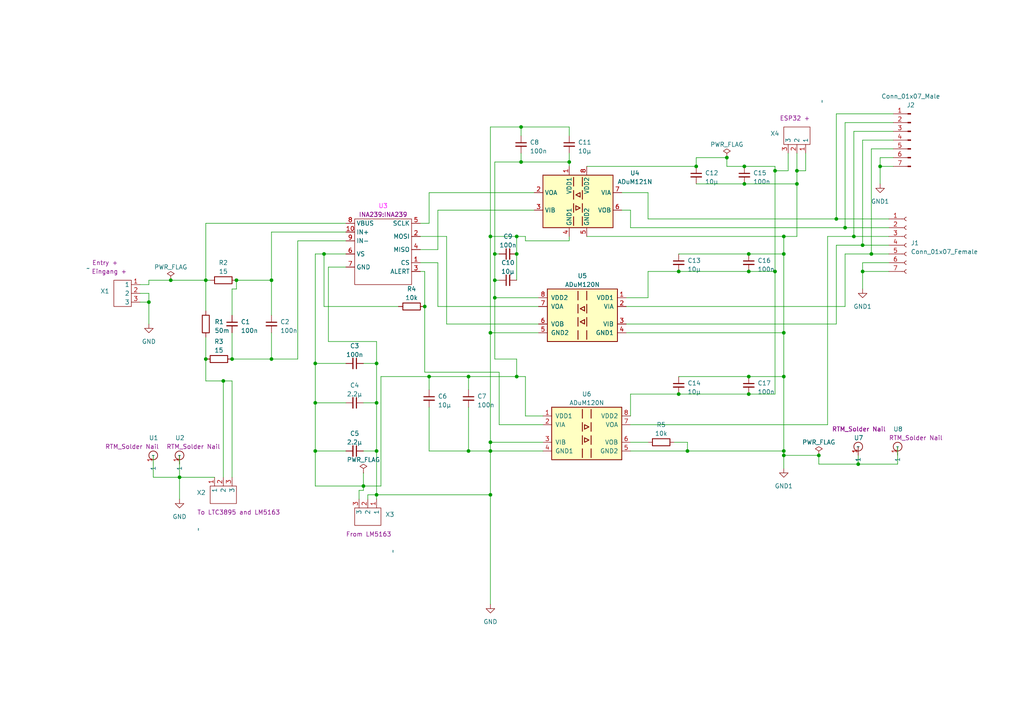
<source format=kicad_sch>
(kicad_sch (version 20230121) (generator eeschema)

  (uuid b7a857cd-3e32-46b7-b397-99e2f1a78871)

  (paper "A4")

  (lib_symbols
    (symbol "Connector:Conn_01x07_Pin" (pin_names (offset 1.016) hide) (in_bom yes) (on_board yes)
      (property "Reference" "J" (at 0 10.16 0)
        (effects (font (size 1.27 1.27)))
      )
      (property "Value" "Conn_01x07_Pin" (at 0 -10.16 0)
        (effects (font (size 1.27 1.27)))
      )
      (property "Footprint" "" (at 0 0 0)
        (effects (font (size 1.27 1.27)) hide)
      )
      (property "Datasheet" "~" (at 0 0 0)
        (effects (font (size 1.27 1.27)) hide)
      )
      (property "ki_locked" "" (at 0 0 0)
        (effects (font (size 1.27 1.27)))
      )
      (property "ki_keywords" "connector" (at 0 0 0)
        (effects (font (size 1.27 1.27)) hide)
      )
      (property "ki_description" "Generic connector, single row, 01x07, script generated" (at 0 0 0)
        (effects (font (size 1.27 1.27)) hide)
      )
      (property "ki_fp_filters" "Connector*:*_1x??_*" (at 0 0 0)
        (effects (font (size 1.27 1.27)) hide)
      )
      (symbol "Conn_01x07_Pin_1_1"
        (polyline
          (pts
            (xy 1.27 -7.62)
            (xy 0.8636 -7.62)
          )
          (stroke (width 0.1524) (type default))
          (fill (type none))
        )
        (polyline
          (pts
            (xy 1.27 -5.08)
            (xy 0.8636 -5.08)
          )
          (stroke (width 0.1524) (type default))
          (fill (type none))
        )
        (polyline
          (pts
            (xy 1.27 -2.54)
            (xy 0.8636 -2.54)
          )
          (stroke (width 0.1524) (type default))
          (fill (type none))
        )
        (polyline
          (pts
            (xy 1.27 0)
            (xy 0.8636 0)
          )
          (stroke (width 0.1524) (type default))
          (fill (type none))
        )
        (polyline
          (pts
            (xy 1.27 2.54)
            (xy 0.8636 2.54)
          )
          (stroke (width 0.1524) (type default))
          (fill (type none))
        )
        (polyline
          (pts
            (xy 1.27 5.08)
            (xy 0.8636 5.08)
          )
          (stroke (width 0.1524) (type default))
          (fill (type none))
        )
        (polyline
          (pts
            (xy 1.27 7.62)
            (xy 0.8636 7.62)
          )
          (stroke (width 0.1524) (type default))
          (fill (type none))
        )
        (rectangle (start 0.8636 -7.493) (end 0 -7.747)
          (stroke (width 0.1524) (type default))
          (fill (type outline))
        )
        (rectangle (start 0.8636 -4.953) (end 0 -5.207)
          (stroke (width 0.1524) (type default))
          (fill (type outline))
        )
        (rectangle (start 0.8636 -2.413) (end 0 -2.667)
          (stroke (width 0.1524) (type default))
          (fill (type outline))
        )
        (rectangle (start 0.8636 0.127) (end 0 -0.127)
          (stroke (width 0.1524) (type default))
          (fill (type outline))
        )
        (rectangle (start 0.8636 2.667) (end 0 2.413)
          (stroke (width 0.1524) (type default))
          (fill (type outline))
        )
        (rectangle (start 0.8636 5.207) (end 0 4.953)
          (stroke (width 0.1524) (type default))
          (fill (type outline))
        )
        (rectangle (start 0.8636 7.747) (end 0 7.493)
          (stroke (width 0.1524) (type default))
          (fill (type outline))
        )
        (pin passive line (at 5.08 7.62 180) (length 3.81)
          (name "Pin_1" (effects (font (size 1.27 1.27))))
          (number "1" (effects (font (size 1.27 1.27))))
        )
        (pin passive line (at 5.08 5.08 180) (length 3.81)
          (name "Pin_2" (effects (font (size 1.27 1.27))))
          (number "2" (effects (font (size 1.27 1.27))))
        )
        (pin passive line (at 5.08 2.54 180) (length 3.81)
          (name "Pin_3" (effects (font (size 1.27 1.27))))
          (number "3" (effects (font (size 1.27 1.27))))
        )
        (pin passive line (at 5.08 0 180) (length 3.81)
          (name "Pin_4" (effects (font (size 1.27 1.27))))
          (number "4" (effects (font (size 1.27 1.27))))
        )
        (pin passive line (at 5.08 -2.54 180) (length 3.81)
          (name "Pin_5" (effects (font (size 1.27 1.27))))
          (number "5" (effects (font (size 1.27 1.27))))
        )
        (pin passive line (at 5.08 -5.08 180) (length 3.81)
          (name "Pin_6" (effects (font (size 1.27 1.27))))
          (number "6" (effects (font (size 1.27 1.27))))
        )
        (pin passive line (at 5.08 -7.62 180) (length 3.81)
          (name "Pin_7" (effects (font (size 1.27 1.27))))
          (number "7" (effects (font (size 1.27 1.27))))
        )
      )
    )
    (symbol "Connector:Conn_01x07_Socket" (pin_names (offset 1.016) hide) (in_bom yes) (on_board yes)
      (property "Reference" "J" (at 0 10.16 0)
        (effects (font (size 1.27 1.27)))
      )
      (property "Value" "Conn_01x07_Socket" (at 0 -10.16 0)
        (effects (font (size 1.27 1.27)))
      )
      (property "Footprint" "" (at 0 0 0)
        (effects (font (size 1.27 1.27)) hide)
      )
      (property "Datasheet" "~" (at 0 0 0)
        (effects (font (size 1.27 1.27)) hide)
      )
      (property "ki_locked" "" (at 0 0 0)
        (effects (font (size 1.27 1.27)))
      )
      (property "ki_keywords" "connector" (at 0 0 0)
        (effects (font (size 1.27 1.27)) hide)
      )
      (property "ki_description" "Generic connector, single row, 01x07, script generated" (at 0 0 0)
        (effects (font (size 1.27 1.27)) hide)
      )
      (property "ki_fp_filters" "Connector*:*_1x??_*" (at 0 0 0)
        (effects (font (size 1.27 1.27)) hide)
      )
      (symbol "Conn_01x07_Socket_1_1"
        (arc (start 0 -7.112) (mid -0.5058 -7.62) (end 0 -8.128)
          (stroke (width 0.1524) (type default))
          (fill (type none))
        )
        (arc (start 0 -4.572) (mid -0.5058 -5.08) (end 0 -5.588)
          (stroke (width 0.1524) (type default))
          (fill (type none))
        )
        (arc (start 0 -2.032) (mid -0.5058 -2.54) (end 0 -3.048)
          (stroke (width 0.1524) (type default))
          (fill (type none))
        )
        (polyline
          (pts
            (xy -1.27 -7.62)
            (xy -0.508 -7.62)
          )
          (stroke (width 0.1524) (type default))
          (fill (type none))
        )
        (polyline
          (pts
            (xy -1.27 -5.08)
            (xy -0.508 -5.08)
          )
          (stroke (width 0.1524) (type default))
          (fill (type none))
        )
        (polyline
          (pts
            (xy -1.27 -2.54)
            (xy -0.508 -2.54)
          )
          (stroke (width 0.1524) (type default))
          (fill (type none))
        )
        (polyline
          (pts
            (xy -1.27 0)
            (xy -0.508 0)
          )
          (stroke (width 0.1524) (type default))
          (fill (type none))
        )
        (polyline
          (pts
            (xy -1.27 2.54)
            (xy -0.508 2.54)
          )
          (stroke (width 0.1524) (type default))
          (fill (type none))
        )
        (polyline
          (pts
            (xy -1.27 5.08)
            (xy -0.508 5.08)
          )
          (stroke (width 0.1524) (type default))
          (fill (type none))
        )
        (polyline
          (pts
            (xy -1.27 7.62)
            (xy -0.508 7.62)
          )
          (stroke (width 0.1524) (type default))
          (fill (type none))
        )
        (arc (start 0 0.508) (mid -0.5058 0) (end 0 -0.508)
          (stroke (width 0.1524) (type default))
          (fill (type none))
        )
        (arc (start 0 3.048) (mid -0.5058 2.54) (end 0 2.032)
          (stroke (width 0.1524) (type default))
          (fill (type none))
        )
        (arc (start 0 5.588) (mid -0.5058 5.08) (end 0 4.572)
          (stroke (width 0.1524) (type default))
          (fill (type none))
        )
        (arc (start 0 8.128) (mid -0.5058 7.62) (end 0 7.112)
          (stroke (width 0.1524) (type default))
          (fill (type none))
        )
        (pin passive line (at -5.08 7.62 0) (length 3.81)
          (name "Pin_1" (effects (font (size 1.27 1.27))))
          (number "1" (effects (font (size 1.27 1.27))))
        )
        (pin passive line (at -5.08 5.08 0) (length 3.81)
          (name "Pin_2" (effects (font (size 1.27 1.27))))
          (number "2" (effects (font (size 1.27 1.27))))
        )
        (pin passive line (at -5.08 2.54 0) (length 3.81)
          (name "Pin_3" (effects (font (size 1.27 1.27))))
          (number "3" (effects (font (size 1.27 1.27))))
        )
        (pin passive line (at -5.08 0 0) (length 3.81)
          (name "Pin_4" (effects (font (size 1.27 1.27))))
          (number "4" (effects (font (size 1.27 1.27))))
        )
        (pin passive line (at -5.08 -2.54 0) (length 3.81)
          (name "Pin_5" (effects (font (size 1.27 1.27))))
          (number "5" (effects (font (size 1.27 1.27))))
        )
        (pin passive line (at -5.08 -5.08 0) (length 3.81)
          (name "Pin_6" (effects (font (size 1.27 1.27))))
          (number "6" (effects (font (size 1.27 1.27))))
        )
        (pin passive line (at -5.08 -7.62 0) (length 3.81)
          (name "Pin_7" (effects (font (size 1.27 1.27))))
          (number "7" (effects (font (size 1.27 1.27))))
        )
      )
    )
    (symbol "Device:C_Small" (pin_numbers hide) (pin_names (offset 0.254) hide) (in_bom yes) (on_board yes)
      (property "Reference" "C" (at 0.254 1.778 0)
        (effects (font (size 1.27 1.27)) (justify left))
      )
      (property "Value" "C_Small" (at 0.254 -2.032 0)
        (effects (font (size 1.27 1.27)) (justify left))
      )
      (property "Footprint" "" (at 0 0 0)
        (effects (font (size 1.27 1.27)) hide)
      )
      (property "Datasheet" "~" (at 0 0 0)
        (effects (font (size 1.27 1.27)) hide)
      )
      (property "ki_keywords" "capacitor cap" (at 0 0 0)
        (effects (font (size 1.27 1.27)) hide)
      )
      (property "ki_description" "Unpolarized capacitor, small symbol" (at 0 0 0)
        (effects (font (size 1.27 1.27)) hide)
      )
      (property "ki_fp_filters" "C_*" (at 0 0 0)
        (effects (font (size 1.27 1.27)) hide)
      )
      (symbol "C_Small_0_1"
        (polyline
          (pts
            (xy -1.524 -0.508)
            (xy 1.524 -0.508)
          )
          (stroke (width 0.3302) (type default))
          (fill (type none))
        )
        (polyline
          (pts
            (xy -1.524 0.508)
            (xy 1.524 0.508)
          )
          (stroke (width 0.3048) (type default))
          (fill (type none))
        )
      )
      (symbol "C_Small_1_1"
        (pin passive line (at 0 2.54 270) (length 2.032)
          (name "~" (effects (font (size 1.27 1.27))))
          (number "1" (effects (font (size 1.27 1.27))))
        )
        (pin passive line (at 0 -2.54 90) (length 2.032)
          (name "~" (effects (font (size 1.27 1.27))))
          (number "2" (effects (font (size 1.27 1.27))))
        )
      )
    )
    (symbol "Device:R" (pin_numbers hide) (pin_names (offset 0)) (in_bom yes) (on_board yes)
      (property "Reference" "R" (at 2.032 0 90)
        (effects (font (size 1.27 1.27)))
      )
      (property "Value" "R" (at 0 0 90)
        (effects (font (size 1.27 1.27)))
      )
      (property "Footprint" "" (at -1.778 0 90)
        (effects (font (size 1.27 1.27)) hide)
      )
      (property "Datasheet" "~" (at 0 0 0)
        (effects (font (size 1.27 1.27)) hide)
      )
      (property "ki_keywords" "R res resistor" (at 0 0 0)
        (effects (font (size 1.27 1.27)) hide)
      )
      (property "ki_description" "Resistor" (at 0 0 0)
        (effects (font (size 1.27 1.27)) hide)
      )
      (property "ki_fp_filters" "R_*" (at 0 0 0)
        (effects (font (size 1.27 1.27)) hide)
      )
      (symbol "R_0_1"
        (rectangle (start -1.016 -2.54) (end 1.016 2.54)
          (stroke (width 0.254) (type default))
          (fill (type none))
        )
      )
      (symbol "R_1_1"
        (pin passive line (at 0 3.81 270) (length 1.27)
          (name "~" (effects (font (size 1.27 1.27))))
          (number "1" (effects (font (size 1.27 1.27))))
        )
        (pin passive line (at 0 -3.81 90) (length 1.27)
          (name "~" (effects (font (size 1.27 1.27))))
          (number "2" (effects (font (size 1.27 1.27))))
        )
      )
    )
    (symbol "ESP32:ESP32" (in_bom yes) (on_board yes)
      (property "Reference" "U" (at 0 5.08 0)
        (effects (font (size 1.27 1.27)))
      )
      (property "Value" "" (at 10 6 0)
        (effects (font (size 1.27 1.27)))
      )
      (property "Footprint" "ESP32:ESP32" (at 10 6 0)
        (effects (font (size 1.27 1.27)))
      )
      (property "Datasheet" "" (at 10 6 0)
        (effects (font (size 1.27 1.27)) hide)
      )
      (symbol "ESP32_0_1"
        (rectangle (start -2.54 2.54) (end 2.54 -5.08)
          (stroke (width 0) (type default))
          (fill (type none))
        )
      )
      (symbol "ESP32_1_1"
        (pin input line (at -5.08 1.27 0) (length 2.54)
          (name "1" (effects (font (size 1.27 1.27))))
          (number "1" (effects (font (size 1.27 1.27))))
        )
        (pin input line (at -5.08 -1.27 0) (length 2.54)
          (name "2" (effects (font (size 1.27 1.27))))
          (number "2" (effects (font (size 1.27 1.27))))
        )
        (pin input line (at -5.08 -3.81 0) (length 2.54)
          (name "3" (effects (font (size 1.27 1.27))))
          (number "3" (effects (font (size 1.27 1.27))))
        )
      )
    )
    (symbol "INA239:INA239" (in_bom yes) (on_board yes)
      (property "Reference" "INA239" (at -63.5 16.51 0) (show_name)
        (effects (font (size 1.27 1.27) (color 254 51 255 1)))
      )
      (property "Value" "" (at 0 0 0)
        (effects (font (size 1.27 1.27)) hide)
      )
      (property "Footprint" "INA239:INA239" (at 0 0 0)
        (effects (font (size 1.27 1.27)))
      )
      (property "Datasheet" "" (at 0 0 0)
        (effects (font (size 1.27 1.27)) hide)
      )
      (symbol "INA239_0_1"
        (rectangle (start -72.39 38.1) (end -55.88 19.05)
          (stroke (width 0) (type default))
          (fill (type none))
        )
      )
      (symbol "INA239_1_1"
        (pin input line (at -53.34 25.4 180) (length 2.54)
          (name "CS" (effects (font (size 1.27 1.27))))
          (number "1" (effects (font (size 1.27 1.27))))
        )
        (pin input line (at -74.93 34.29 0) (length 2.54)
          (name "IN+" (effects (font (size 1.27 1.27))))
          (number "10" (effects (font (size 1.27 1.27))))
        )
        (pin input line (at -53.34 33.02 180) (length 2.54)
          (name "MOSI" (effects (font (size 1.27 1.27))))
          (number "2" (effects (font (size 1.27 1.27))))
        )
        (pin output line (at -53.34 22.86 180) (length 2.54)
          (name "ALERT" (effects (font (size 1.27 1.27))))
          (number "3" (effects (font (size 1.27 1.27))))
        )
        (pin output line (at -53.34 29.21 180) (length 2.54)
          (name "MISO" (effects (font (size 1.27 1.27))))
          (number "4" (effects (font (size 1.27 1.27))))
        )
        (pin input line (at -53.34 36.83 180) (length 2.54)
          (name "SCLK" (effects (font (size 1.27 1.27))))
          (number "5" (effects (font (size 1.27 1.27))))
        )
        (pin power_in line (at -74.93 27.94 0) (length 2.54)
          (name "VS" (effects (font (size 1.27 1.27))))
          (number "6" (effects (font (size 1.27 1.27))))
        )
        (pin power_in line (at -74.93 24.13 0) (length 2.54)
          (name "GND" (effects (font (size 1.27 1.27))))
          (number "7" (effects (font (size 1.27 1.27))))
        )
        (pin input line (at -74.93 36.83 0) (length 2.54)
          (name "VBUS" (effects (font (size 1.27 1.27))))
          (number "8" (effects (font (size 1.27 1.27))))
        )
        (pin input line (at -74.93 31.75 0) (length 2.54)
          (name "IN-" (effects (font (size 1.27 1.27))))
          (number "9" (effects (font (size 1.27 1.27))))
        )
      )
    )
    (symbol "Isolator:ADuM120N" (pin_names (offset 1.016)) (in_bom yes) (on_board yes)
      (property "Reference" "U" (at -10.16 8.89 0)
        (effects (font (size 1.27 1.27)) (justify left))
      )
      (property "Value" "ADuM120N" (at -2.032 8.89 0)
        (effects (font (size 1.27 1.27)) (justify left))
      )
      (property "Footprint" "Package_SO:SOIC-8_3.9x4.9mm_P1.27mm" (at 0 -10.16 0)
        (effects (font (size 1.27 1.27) italic) hide)
      )
      (property "Datasheet" "https://www.analog.com/media/en/technical-documentation/data-sheets/ADuM120N_121N.pdf" (at -11.43 10.16 0)
        (effects (font (size 1.27 1.27)) hide)
      )
      (property "ki_keywords" "Dual-channel digital isolator" (at 0 0 0)
        (effects (font (size 1.27 1.27)) hide)
      )
      (property "ki_description" "Dual-channel digital isolator,1.8 to 5V, 150Mbs, 3kV" (at 0 0 0)
        (effects (font (size 1.27 1.27)) hide)
      )
      (property "ki_fp_filters" "SOIC*3.9x4.9mm*P1.27mm*" (at 0 0 0)
        (effects (font (size 1.27 1.27)) hide)
      )
      (symbol "ADuM120N_0_1"
        (rectangle (start -10.16 7.62) (end 10.16 -7.62)
          (stroke (width 0.254) (type default))
          (fill (type background))
        )
        (polyline
          (pts
            (xy -1.27 -4.445)
            (xy -1.27 -6.985)
          )
          (stroke (width 0.254) (type default))
          (fill (type none))
        )
        (polyline
          (pts
            (xy -1.27 -0.635)
            (xy -1.27 -3.175)
          )
          (stroke (width 0.254) (type default))
          (fill (type none))
        )
        (polyline
          (pts
            (xy -1.27 3.175)
            (xy -1.27 0.635)
          )
          (stroke (width 0.254) (type default))
          (fill (type none))
        )
        (polyline
          (pts
            (xy -1.27 6.985)
            (xy -1.27 4.445)
          )
          (stroke (width 0.254) (type default))
          (fill (type none))
        )
        (polyline
          (pts
            (xy 1.27 -4.445)
            (xy 1.27 -6.985)
          )
          (stroke (width 0.254) (type default))
          (fill (type none))
        )
        (polyline
          (pts
            (xy 1.27 -0.635)
            (xy 1.27 -3.175)
          )
          (stroke (width 0.254) (type default))
          (fill (type none))
        )
        (polyline
          (pts
            (xy 1.27 3.175)
            (xy 1.27 0.635)
          )
          (stroke (width 0.254) (type default))
          (fill (type none))
        )
        (polyline
          (pts
            (xy 1.27 6.985)
            (xy 1.27 4.445)
          )
          (stroke (width 0.254) (type default))
          (fill (type none))
        )
        (polyline
          (pts
            (xy -0.635 -1.27)
            (xy -0.635 -2.54)
            (xy 0.635 -1.905)
            (xy -0.635 -1.27)
          )
          (stroke (width 0.254) (type default))
          (fill (type none))
        )
        (polyline
          (pts
            (xy -0.635 1.27)
            (xy 0.635 1.905)
            (xy -0.635 2.54)
            (xy -0.635 1.27)
          )
          (stroke (width 0.254) (type default))
          (fill (type none))
        )
      )
      (symbol "ADuM120N_1_1"
        (pin power_in line (at -12.7 5.08 0) (length 2.54)
          (name "VDD1" (effects (font (size 1.27 1.27))))
          (number "1" (effects (font (size 1.27 1.27))))
        )
        (pin input line (at -12.7 2.54 0) (length 2.54)
          (name "VIA" (effects (font (size 1.27 1.27))))
          (number "2" (effects (font (size 1.27 1.27))))
        )
        (pin input line (at -12.7 -2.54 0) (length 2.54)
          (name "VIB" (effects (font (size 1.27 1.27))))
          (number "3" (effects (font (size 1.27 1.27))))
        )
        (pin power_in line (at -12.7 -5.08 0) (length 2.54)
          (name "GND1" (effects (font (size 1.27 1.27))))
          (number "4" (effects (font (size 1.27 1.27))))
        )
        (pin power_in line (at 12.7 -5.08 180) (length 2.54)
          (name "GND2" (effects (font (size 1.27 1.27))))
          (number "5" (effects (font (size 1.27 1.27))))
        )
        (pin output line (at 12.7 -2.54 180) (length 2.54)
          (name "VOB" (effects (font (size 1.27 1.27))))
          (number "6" (effects (font (size 1.27 1.27))))
        )
        (pin output line (at 12.7 2.54 180) (length 2.54)
          (name "VOA" (effects (font (size 1.27 1.27))))
          (number "7" (effects (font (size 1.27 1.27))))
        )
        (pin power_in line (at 12.7 5.08 180) (length 2.54)
          (name "VDD2" (effects (font (size 1.27 1.27))))
          (number "8" (effects (font (size 1.27 1.27))))
        )
      )
    )
    (symbol "Isolator:ADuM121N" (in_bom yes) (on_board yes)
      (property "Reference" "U" (at -10.16 8.89 0)
        (effects (font (size 1.27 1.27)) (justify left))
      )
      (property "Value" "ADuM121N" (at 3.81 8.89 0)
        (effects (font (size 1.27 1.27)) (justify left))
      )
      (property "Footprint" "Package_SO:SOIC-8_3.9x4.9mm_P1.27mm" (at 0 -17.78 0)
        (effects (font (size 1.27 1.27) italic) hide)
      )
      (property "Datasheet" "https://www.analog.com/media/en/technical-documentation/data-sheets/ADuM120N_121N.pdf" (at -11.43 10.16 0)
        (effects (font (size 1.27 1.27)) hide)
      )
      (property "ki_keywords" "Dual-channel digital isolator" (at 0 0 0)
        (effects (font (size 1.27 1.27)) hide)
      )
      (property "ki_description" "Dual-channel digital isolator,1.8 to 5V, 150Mbs, 3kV" (at 0 0 0)
        (effects (font (size 1.27 1.27)) hide)
      )
      (property "ki_fp_filters" "SOIC*3.9x4.9mm*P1.27mm*" (at 0 0 0)
        (effects (font (size 1.27 1.27)) hide)
      )
      (symbol "ADuM121N_0_1"
        (rectangle (start -10.16 7.62) (end 10.16 -7.62)
          (stroke (width 0.254) (type default))
          (fill (type background))
        )
        (polyline
          (pts
            (xy -1.27 -4.445)
            (xy -1.27 -6.985)
          )
          (stroke (width 0.254) (type default))
          (fill (type none))
        )
        (polyline
          (pts
            (xy -1.27 -0.635)
            (xy -1.27 -3.175)
          )
          (stroke (width 0.254) (type default))
          (fill (type none))
        )
        (polyline
          (pts
            (xy -1.27 3.175)
            (xy -1.27 0.635)
          )
          (stroke (width 0.254) (type default))
          (fill (type none))
        )
        (polyline
          (pts
            (xy -1.27 6.985)
            (xy -1.27 4.445)
          )
          (stroke (width 0.254) (type default))
          (fill (type none))
        )
        (polyline
          (pts
            (xy 1.27 -4.445)
            (xy 1.27 -6.985)
          )
          (stroke (width 0.254) (type default))
          (fill (type none))
        )
        (polyline
          (pts
            (xy 1.27 -0.635)
            (xy 1.27 -3.175)
          )
          (stroke (width 0.254) (type default))
          (fill (type none))
        )
        (polyline
          (pts
            (xy 1.27 3.175)
            (xy 1.27 0.635)
          )
          (stroke (width 0.254) (type default))
          (fill (type none))
        )
        (polyline
          (pts
            (xy 1.27 6.985)
            (xy 1.27 4.445)
          )
          (stroke (width 0.254) (type default))
          (fill (type none))
        )
        (polyline
          (pts
            (xy -0.635 -1.27)
            (xy -0.635 -2.54)
            (xy 0.635 -1.905)
            (xy -0.635 -1.27)
          )
          (stroke (width 0.254) (type default))
          (fill (type none))
        )
        (polyline
          (pts
            (xy 0.635 1.27)
            (xy -0.635 1.905)
            (xy 0.635 2.54)
            (xy 0.635 1.27)
          )
          (stroke (width 0.254) (type default))
          (fill (type none))
        )
      )
      (symbol "ADuM121N_1_1"
        (pin power_in line (at -2.54 10.16 270) (length 2.54)
          (name "VDD1" (effects (font (size 1.27 1.27))))
          (number "1" (effects (font (size 1.27 1.27))))
        )
        (pin output line (at -12.7 2.54 0) (length 2.54)
          (name "VOA" (effects (font (size 1.27 1.27))))
          (number "2" (effects (font (size 1.27 1.27))))
        )
        (pin input line (at -12.7 -2.54 0) (length 2.54)
          (name "VIB" (effects (font (size 1.27 1.27))))
          (number "3" (effects (font (size 1.27 1.27))))
        )
        (pin power_in line (at -2.54 -10.16 90) (length 2.54)
          (name "GND1" (effects (font (size 1.27 1.27))))
          (number "4" (effects (font (size 1.27 1.27))))
        )
        (pin power_in line (at 2.54 -10.16 90) (length 2.54)
          (name "GND2" (effects (font (size 1.27 1.27))))
          (number "5" (effects (font (size 1.27 1.27))))
        )
        (pin output line (at 12.7 -2.54 180) (length 2.54)
          (name "VOB" (effects (font (size 1.27 1.27))))
          (number "6" (effects (font (size 1.27 1.27))))
        )
        (pin input line (at 12.7 2.54 180) (length 2.54)
          (name "VIA" (effects (font (size 1.27 1.27))))
          (number "7" (effects (font (size 1.27 1.27))))
        )
        (pin power_in line (at 2.54 10.16 270) (length 2.54)
          (name "VDD2" (effects (font (size 1.27 1.27))))
          (number "8" (effects (font (size 1.27 1.27))))
        )
      )
    )
    (symbol "nail:nail" (in_bom yes) (on_board yes)
      (property "Reference" "U" (at 0 5.08 0)
        (effects (font (size 1.27 1.27)))
      )
      (property "Value" "" (at 0 0 0)
        (effects (font (size 1.27 1.27)))
      )
      (property "Footprint" "nail:nail" (at -1.27 8.89 0)
        (effects (font (size 1.27 1.27)))
      )
      (property "Datasheet" "" (at 0 0 0)
        (effects (font (size 1.27 1.27)) hide)
      )
      (symbol "nail_1_1"
        (circle (center 0 0) (radius 1.27)
          (stroke (width 0.2) (type default))
          (fill (type none))
        )
        (pin input line (at 0 0 270) (length 2.54)
          (name "1" (effects (font (size 1.27 1.27))))
          (number "1" (effects (font (size 1.27 1.27))))
        )
      )
    )
    (symbol "power:GND" (power) (pin_names (offset 0)) (in_bom yes) (on_board yes)
      (property "Reference" "#PWR" (at 0 -6.35 0)
        (effects (font (size 1.27 1.27)) hide)
      )
      (property "Value" "GND" (at 0 -3.81 0)
        (effects (font (size 1.27 1.27)))
      )
      (property "Footprint" "" (at 0 0 0)
        (effects (font (size 1.27 1.27)) hide)
      )
      (property "Datasheet" "" (at 0 0 0)
        (effects (font (size 1.27 1.27)) hide)
      )
      (property "ki_keywords" "global power" (at 0 0 0)
        (effects (font (size 1.27 1.27)) hide)
      )
      (property "ki_description" "Power symbol creates a global label with name \"GND\" , ground" (at 0 0 0)
        (effects (font (size 1.27 1.27)) hide)
      )
      (symbol "GND_0_1"
        (polyline
          (pts
            (xy 0 0)
            (xy 0 -1.27)
            (xy 1.27 -1.27)
            (xy 0 -2.54)
            (xy -1.27 -1.27)
            (xy 0 -1.27)
          )
          (stroke (width 0) (type default))
          (fill (type none))
        )
      )
      (symbol "GND_1_1"
        (pin power_in line (at 0 0 270) (length 0) hide
          (name "GND" (effects (font (size 1.27 1.27))))
          (number "1" (effects (font (size 1.27 1.27))))
        )
      )
    )
    (symbol "power:GND1" (power) (pin_names (offset 0)) (in_bom yes) (on_board yes)
      (property "Reference" "#PWR" (at 0 -6.35 0)
        (effects (font (size 1.27 1.27)) hide)
      )
      (property "Value" "GND1" (at 0 -3.81 0)
        (effects (font (size 1.27 1.27)))
      )
      (property "Footprint" "" (at 0 0 0)
        (effects (font (size 1.27 1.27)) hide)
      )
      (property "Datasheet" "" (at 0 0 0)
        (effects (font (size 1.27 1.27)) hide)
      )
      (property "ki_keywords" "global power" (at 0 0 0)
        (effects (font (size 1.27 1.27)) hide)
      )
      (property "ki_description" "Power symbol creates a global label with name \"GND1\" , ground" (at 0 0 0)
        (effects (font (size 1.27 1.27)) hide)
      )
      (symbol "GND1_0_1"
        (polyline
          (pts
            (xy 0 0)
            (xy 0 -1.27)
            (xy 1.27 -1.27)
            (xy 0 -2.54)
            (xy -1.27 -1.27)
            (xy 0 -1.27)
          )
          (stroke (width 0) (type default))
          (fill (type none))
        )
      )
      (symbol "GND1_1_1"
        (pin power_in line (at 0 0 270) (length 0) hide
          (name "GND1" (effects (font (size 1.27 1.27))))
          (number "1" (effects (font (size 1.27 1.27))))
        )
      )
    )
    (symbol "power:PWR_FLAG" (power) (pin_numbers hide) (pin_names (offset 0) hide) (in_bom yes) (on_board yes)
      (property "Reference" "#FLG" (at 0 1.905 0)
        (effects (font (size 1.27 1.27)) hide)
      )
      (property "Value" "PWR_FLAG" (at 0 3.81 0)
        (effects (font (size 1.27 1.27)))
      )
      (property "Footprint" "" (at 0 0 0)
        (effects (font (size 1.27 1.27)) hide)
      )
      (property "Datasheet" "~" (at 0 0 0)
        (effects (font (size 1.27 1.27)) hide)
      )
      (property "ki_keywords" "flag power" (at 0 0 0)
        (effects (font (size 1.27 1.27)) hide)
      )
      (property "ki_description" "Special symbol for telling ERC where power comes from" (at 0 0 0)
        (effects (font (size 1.27 1.27)) hide)
      )
      (symbol "PWR_FLAG_0_0"
        (pin power_out line (at 0 0 90) (length 0)
          (name "pwr" (effects (font (size 1.27 1.27))))
          (number "1" (effects (font (size 1.27 1.27))))
        )
      )
      (symbol "PWR_FLAG_0_1"
        (polyline
          (pts
            (xy 0 0)
            (xy 0 1.27)
            (xy -1.016 1.905)
            (xy 0 2.54)
            (xy 1.016 1.905)
            (xy 0 1.27)
          )
          (stroke (width 0) (type default))
          (fill (type none))
        )
      )
    )
  )

  (junction (at 142.24 143.51) (diameter 0) (color 0 0 0 0)
    (uuid 0332b045-9c09-464a-a189-64c2c22ea81e)
  )
  (junction (at 227.33 132.08) (diameter 0) (color 0 0 0 0)
    (uuid 03b34e54-3162-4b21-a9c9-385ce5cf79b2)
  )
  (junction (at 67.31 104.14) (diameter 0) (color 0 0 0 0)
    (uuid 0f48a7c4-97bc-45e5-8915-e4b6f5f799c4)
  )
  (junction (at 215.9 53.34) (diameter 0) (color 0 0 0 0)
    (uuid 1bef1092-b9a3-4c53-938a-0638e0ebfa10)
  )
  (junction (at 142.24 128.27) (diameter 0) (color 0 0 0 0)
    (uuid 1dd98ea6-2b6b-4041-8061-e2b6f9d24730)
  )
  (junction (at 227.33 96.52) (diameter 0) (color 0 0 0 0)
    (uuid 25da8872-b785-4e4a-8b33-5742d0be2a54)
  )
  (junction (at 78.74 104.14) (diameter 0) (color 0 0 0 0)
    (uuid 2ab77f82-3363-4084-8368-64c12fb01b31)
  )
  (junction (at 105.41 140.97) (diameter 0) (color 0 0 0 0)
    (uuid 2b359dbd-0ee8-48c6-a8a3-7bb3338985ed)
  )
  (junction (at 143.51 81.28) (diameter 0) (color 0 0 0 0)
    (uuid 321112fd-5f13-4f02-adfe-553aa8c7ab46)
  )
  (junction (at 217.17 78.74) (diameter 0) (color 0 0 0 0)
    (uuid 3731f976-3977-458a-89dc-f9f42a8137b7)
  )
  (junction (at 59.69 104.14) (diameter 0) (color 0 0 0 0)
    (uuid 42e0842c-d156-4191-bda3-b526e11cdfe4)
  )
  (junction (at 252.73 73.66) (diameter 0) (color 0 0 0 0)
    (uuid 49c59eec-b957-464e-8f92-16493c240ae3)
  )
  (junction (at 231.14 53.34) (diameter 0) (color 0 0 0 0)
    (uuid 4b048c8b-19ca-4c84-92d5-25c08ab688f8)
  )
  (junction (at 64.77 110.49) (diameter 0) (color 0 0 0 0)
    (uuid 4dd5b6a6-28c3-40cd-b261-ca84600bc813)
  )
  (junction (at 217.17 114.3) (diameter 0) (color 0 0 0 0)
    (uuid 506f912d-9e43-4d05-bb7a-b0121a1f9afc)
  )
  (junction (at 231.14 49.53) (diameter 0) (color 0 0 0 0)
    (uuid 53859b93-be10-4aca-915d-39466feca15e)
  )
  (junction (at 196.85 114.3) (diameter 0) (color 0 0 0 0)
    (uuid 548ee5a7-db15-4741-b515-c249ed8ec57f)
  )
  (junction (at 109.22 130.81) (diameter 0) (color 0 0 0 0)
    (uuid 57382446-b357-4d76-acd0-71a5cd76e65e)
  )
  (junction (at 149.86 68.58) (diameter 0) (color 0 0 0 0)
    (uuid 5bdc67f9-a346-4997-b1a0-50970e179c2a)
  )
  (junction (at 227.33 68.58) (diameter 0) (color 0 0 0 0)
    (uuid 64bff19d-7bf8-497f-b38f-fa6362a2c6d6)
  )
  (junction (at 135.89 109.22) (diameter 0) (color 0 0 0 0)
    (uuid 6af9a0eb-88e8-4b80-8fe3-6ea918ea6261)
  )
  (junction (at 109.22 143.51) (diameter 0) (color 0 0 0 0)
    (uuid 6cf2bb2f-79e1-4f2d-b3c5-e2a5eb7c3d05)
  )
  (junction (at 224.79 78.74) (diameter 0) (color 0 0 0 0)
    (uuid 70674d02-b3d2-4b2c-a962-01b79fea1c3e)
  )
  (junction (at 93.98 73.66) (diameter 0) (color 0 0 0 0)
    (uuid 74bd6391-d14f-4b81-a15c-dc6a52ec0346)
  )
  (junction (at 78.74 81.28) (diameter 0) (color 0 0 0 0)
    (uuid 7a1d0ae0-9e93-45a2-9bb8-ba235812352d)
  )
  (junction (at 250.19 71.12) (diameter 0) (color 0 0 0 0)
    (uuid 805a5a3f-eb5d-40c0-a8f8-4933f4904fb7)
  )
  (junction (at 109.22 116.84) (diameter 0) (color 0 0 0 0)
    (uuid 80999bd7-dede-455d-924e-317dbe2c5ea1)
  )
  (junction (at 250.19 78.74) (diameter 0) (color 0 0 0 0)
    (uuid 88996885-d5c0-43c0-af6b-d36f64ce82ad)
  )
  (junction (at 142.24 68.58) (diameter 0) (color 0 0 0 0)
    (uuid 88a29e39-4596-43e0-b26c-e3055dc93e5f)
  )
  (junction (at 215.9 48.26) (diameter 0) (color 0 0 0 0)
    (uuid 8c390bca-6e4e-4da9-90ac-236d1937ff19)
  )
  (junction (at 248.92 134.62) (diameter 0) (color 0 0 0 0)
    (uuid 90710765-d617-49e7-8749-157a7904a4ca)
  )
  (junction (at 142.24 96.52) (diameter 0) (color 0 0 0 0)
    (uuid 91e7c5f4-4f3e-46a9-9f80-75e5b2389377)
  )
  (junction (at 227.33 109.22) (diameter 0) (color 0 0 0 0)
    (uuid 92b37b01-0c83-4080-af1b-8bd08ecad7de)
  )
  (junction (at 124.46 109.22) (diameter 0) (color 0 0 0 0)
    (uuid 96e95ef6-e00a-489b-82da-39ffe5375211)
  )
  (junction (at 224.79 49.53) (diameter 0) (color 0 0 0 0)
    (uuid 9ad5141e-22bb-4f36-82fc-81164d1b51ec)
  )
  (junction (at 151.13 36.83) (diameter 0) (color 0 0 0 0)
    (uuid 9d0d961d-1dc9-4fc9-b6a5-98bedb772654)
  )
  (junction (at 196.85 78.74) (diameter 0) (color 0 0 0 0)
    (uuid 9d155bad-3d38-4eb3-904d-4ce8a47b6cfc)
  )
  (junction (at 59.69 81.28) (diameter 0) (color 0 0 0 0)
    (uuid a17a49c4-5909-4c2d-a63a-45bf4fdffee5)
  )
  (junction (at 68.58 81.28) (diameter 0) (color 0 0 0 0)
    (uuid a4dbfd2c-351e-4790-81de-d785032cdcd2)
  )
  (junction (at 91.44 105.41) (diameter 0) (color 0 0 0 0)
    (uuid a5baf014-b337-4fc3-a7ed-135c836e7f40)
  )
  (junction (at 247.65 68.58) (diameter 0) (color 0 0 0 0)
    (uuid ab540b25-f701-4bfa-8a10-4c6ad09b6541)
  )
  (junction (at 165.1 46.99) (diameter 0) (color 0 0 0 0)
    (uuid aba6750e-608e-4fb8-9b40-cd0b7673ec47)
  )
  (junction (at 227.33 73.66) (diameter 0) (color 0 0 0 0)
    (uuid aeb42884-de42-4627-914c-7c20e699ee5e)
  )
  (junction (at 255.27 48.26) (diameter 0) (color 0 0 0 0)
    (uuid b2dec761-2b2e-426d-bc35-1ca3fd123dc8)
  )
  (junction (at 142.24 130.81) (diameter 0) (color 0 0 0 0)
    (uuid b42f4226-76b0-45ba-a964-6a17a5a5bd0d)
  )
  (junction (at 52.07 138.43) (diameter 0) (color 0 0 0 0)
    (uuid b484015d-3313-40b3-b245-a349aace151a)
  )
  (junction (at 43.18 87.63) (diameter 0) (color 0 0 0 0)
    (uuid b4d7fa48-0ccf-4d98-8bc1-d1d154cae32a)
  )
  (junction (at 109.22 105.41) (diameter 0) (color 0 0 0 0)
    (uuid b67777ba-e0b4-4148-93d7-77edbe041bef)
  )
  (junction (at 227.33 130.81) (diameter 0) (color 0 0 0 0)
    (uuid bd34c939-db27-49e0-accd-808108dbcc05)
  )
  (junction (at 143.51 73.66) (diameter 0) (color 0 0 0 0)
    (uuid be1efa6f-0e9e-4c5c-a78c-0d7d6cfe952c)
  )
  (junction (at 210.82 45.72) (diameter 0) (color 0 0 0 0)
    (uuid bf26ebb1-951f-4543-849a-e095d0ec1fe1)
  )
  (junction (at 199.39 130.81) (diameter 0) (color 0 0 0 0)
    (uuid bf67abaa-cf45-4b39-bfa3-377d62cb2b8d)
  )
  (junction (at 217.17 73.66) (diameter 0) (color 0 0 0 0)
    (uuid bf7e8609-5fa1-442b-b7c7-8801fe9af7d7)
  )
  (junction (at 237.49 132.08) (diameter 0) (color 0 0 0 0)
    (uuid c37f6767-0ce6-4eae-b8a2-832b09e8329e)
  )
  (junction (at 49.53 81.28) (diameter 0) (color 0 0 0 0)
    (uuid d03b350b-c72c-41f3-b979-baea01a52717)
  )
  (junction (at 91.44 130.81) (diameter 0) (color 0 0 0 0)
    (uuid d31ea354-81a4-4448-860d-54cc900db8b2)
  )
  (junction (at 201.93 48.26) (diameter 0) (color 0 0 0 0)
    (uuid d696c3d8-45db-4a89-a1c2-bae919e46f26)
  )
  (junction (at 151.13 46.99) (diameter 0) (color 0 0 0 0)
    (uuid d6d0c23f-f3be-4fdd-9343-690e53c73d8a)
  )
  (junction (at 149.86 73.66) (diameter 0) (color 0 0 0 0)
    (uuid d74f79fc-8b7b-4139-9d4a-8b4d921ecff0)
  )
  (junction (at 245.11 66.04) (diameter 0) (color 0 0 0 0)
    (uuid d80be951-7975-489d-868b-89f0773d37c7)
  )
  (junction (at 242.57 63.5) (diameter 0) (color 0 0 0 0)
    (uuid d8db7392-087b-4f8e-8e2c-eda4e5856164)
  )
  (junction (at 91.44 116.84) (diameter 0) (color 0 0 0 0)
    (uuid df38fb69-d719-415a-b01b-f96997dfea23)
  )
  (junction (at 123.19 88.9) (diameter 0) (color 0 0 0 0)
    (uuid df87ac1b-1c0a-4b41-bb78-b9fe6e7ccc70)
  )
  (junction (at 217.17 109.22) (diameter 0) (color 0 0 0 0)
    (uuid e7c14adc-466a-44de-84b1-968de840e7d6)
  )
  (junction (at 149.86 109.22) (diameter 0) (color 0 0 0 0)
    (uuid f07bc458-0ed3-4352-b3df-edb02b0e222a)
  )
  (junction (at 143.51 86.36) (diameter 0) (color 0 0 0 0)
    (uuid f09a6ee6-ecda-40cf-b383-61a8140ebdfd)
  )
  (junction (at 135.89 130.81) (diameter 0) (color 0 0 0 0)
    (uuid feb670bd-2258-4285-9cc7-fa7597a0db2a)
  )

  (wire (pts (xy 67.31 110.49) (xy 64.77 110.49))
    (stroke (width 0) (type default))
    (uuid 005770c6-395d-4d91-8d5f-69f999816d96)
  )
  (wire (pts (xy 157.48 128.27) (xy 142.24 128.27))
    (stroke (width 0) (type default))
    (uuid 0076479d-8ccf-4715-a468-27aace904905)
  )
  (wire (pts (xy 135.89 109.22) (xy 124.46 109.22))
    (stroke (width 0) (type default))
    (uuid 00c935f0-a6c1-44df-a0d8-dc84d2ff628c)
  )
  (wire (pts (xy 104.14 142.24) (xy 104.14 144.78))
    (stroke (width 0) (type default))
    (uuid 0305a4a9-b543-4d65-a245-31449cc68387)
  )
  (wire (pts (xy 135.89 118.11) (xy 135.89 130.81))
    (stroke (width 0) (type default))
    (uuid 05165222-b923-4578-bdd4-7b5d9e4125df)
  )
  (wire (pts (xy 142.24 130.81) (xy 142.24 143.51))
    (stroke (width 0) (type default))
    (uuid 082dcf4d-34a2-4774-acbb-c6df49174606)
  )
  (wire (pts (xy 151.13 36.83) (xy 151.13 39.37))
    (stroke (width 0) (type default))
    (uuid 092c7afd-f1bc-4b12-927b-895722e4edb9)
  )
  (wire (pts (xy 196.85 114.3) (xy 182.88 114.3))
    (stroke (width 0) (type default))
    (uuid 09638058-42b5-403e-be56-c44fbe2dc8e8)
  )
  (wire (pts (xy 124.46 130.81) (xy 135.89 130.81))
    (stroke (width 0) (type default))
    (uuid 0ff602c8-eb7a-4fcc-8972-ca40d73380fd)
  )
  (wire (pts (xy 78.74 96.52) (xy 78.74 104.14))
    (stroke (width 0) (type default))
    (uuid 11958084-033d-4f78-82af-e742ba04cc19)
  )
  (wire (pts (xy 143.51 46.99) (xy 143.51 73.66))
    (stroke (width 0) (type default))
    (uuid 12227517-1431-47fc-831b-a58e3a611b13)
  )
  (wire (pts (xy 250.19 40.64) (xy 250.19 71.12))
    (stroke (width 0) (type default))
    (uuid 12d38d27-20c6-4f03-90f2-d6b2f6e3cb66)
  )
  (wire (pts (xy 151.13 44.45) (xy 151.13 46.99))
    (stroke (width 0) (type default))
    (uuid 130911a6-d564-4fd5-8166-264bf254afd9)
  )
  (wire (pts (xy 86.36 69.85) (xy 86.36 104.14))
    (stroke (width 0) (type default))
    (uuid 14ad5d88-991f-4f70-a3d8-d4f314ee0da5)
  )
  (wire (pts (xy 156.21 86.36) (xy 143.51 86.36))
    (stroke (width 0) (type default))
    (uuid 15993ae2-f2aa-4d6c-87c8-ca8efbddc5f7)
  )
  (wire (pts (xy 93.98 88.9) (xy 93.98 73.66))
    (stroke (width 0) (type default))
    (uuid 169f5bac-edff-4eb1-89b2-f5d94c9c60aa)
  )
  (wire (pts (xy 181.61 88.9) (xy 245.11 88.9))
    (stroke (width 0) (type default))
    (uuid 1982ac04-20d5-422a-94fa-b295e59b7ccc)
  )
  (wire (pts (xy 109.22 116.84) (xy 109.22 130.81))
    (stroke (width 0) (type default))
    (uuid 1b7ffa67-72e9-475a-8f8a-b9d3ce00d8a1)
  )
  (wire (pts (xy 242.57 63.5) (xy 257.81 63.5))
    (stroke (width 0) (type default))
    (uuid 1c261de4-b189-4af7-ba4b-7283b57e4e91)
  )
  (wire (pts (xy 100.33 73.66) (xy 93.98 73.66))
    (stroke (width 0) (type default))
    (uuid 1c2da9c9-d473-4adf-be80-a2dddb85a9ca)
  )
  (wire (pts (xy 59.69 81.28) (xy 59.69 90.17))
    (stroke (width 0) (type default))
    (uuid 1cac3fcc-9e3c-4cc0-97b0-0a2d25802ffc)
  )
  (wire (pts (xy 242.57 33.02) (xy 242.57 63.5))
    (stroke (width 0) (type default))
    (uuid 1cecb966-9a26-43fc-8eb1-0323718f65fc)
  )
  (wire (pts (xy 201.93 53.34) (xy 215.9 53.34))
    (stroke (width 0) (type default))
    (uuid 1d3d2351-1d99-457a-8125-cdab1e45a6e4)
  )
  (wire (pts (xy 149.86 104.14) (xy 149.86 109.22))
    (stroke (width 0) (type default))
    (uuid 1d70385f-e66f-4da0-b017-822f85636bd9)
  )
  (wire (pts (xy 224.79 78.74) (xy 217.17 78.74))
    (stroke (width 0) (type default))
    (uuid 1e5b7ebd-5e63-456f-92a2-bc0678ffc2ce)
  )
  (wire (pts (xy 115.57 88.9) (xy 93.98 88.9))
    (stroke (width 0) (type default))
    (uuid 1e858625-7674-402e-a203-91601d3e5089)
  )
  (wire (pts (xy 91.44 130.81) (xy 91.44 116.84))
    (stroke (width 0) (type default))
    (uuid 203a879e-5021-4e0e-b9d8-94de66932421)
  )
  (wire (pts (xy 123.19 107.95) (xy 123.19 88.9))
    (stroke (width 0) (type default))
    (uuid 20fcef83-9ae8-46d7-a812-06c4ca4ad0d8)
  )
  (wire (pts (xy 110.49 140.97) (xy 105.41 140.97))
    (stroke (width 0) (type default))
    (uuid 2122a22a-4cfd-422a-b5ef-3fbb2a77e990)
  )
  (wire (pts (xy 78.74 67.31) (xy 100.33 67.31))
    (stroke (width 0) (type default))
    (uuid 219ffcb2-2c0d-4e51-a851-f0624b4ec307)
  )
  (wire (pts (xy 231.14 68.58) (xy 227.33 68.58))
    (stroke (width 0) (type default))
    (uuid 21c5f1f4-59db-442c-8c88-fa7728662c24)
  )
  (wire (pts (xy 106.68 144.78) (xy 106.68 143.51))
    (stroke (width 0) (type default))
    (uuid 22ecf079-2fa8-4919-af8f-f974e663d724)
  )
  (wire (pts (xy 201.93 45.72) (xy 201.93 48.26))
    (stroke (width 0) (type default))
    (uuid 253177a2-a69d-4eee-b76e-00e6a280f9e8)
  )
  (wire (pts (xy 43.18 82.55) (xy 43.18 81.28))
    (stroke (width 0) (type default))
    (uuid 260edc87-ef01-4e0a-bafe-9127b6ad9f2d)
  )
  (wire (pts (xy 144.78 123.19) (xy 144.78 107.95))
    (stroke (width 0) (type default))
    (uuid 270c6c92-0023-4428-af94-151dc2f00a4b)
  )
  (wire (pts (xy 64.77 110.49) (xy 64.77 138.43))
    (stroke (width 0) (type default))
    (uuid 27df81ad-4b82-4280-bb47-fef892778311)
  )
  (wire (pts (xy 109.22 143.51) (xy 142.24 143.51))
    (stroke (width 0) (type default))
    (uuid 289df021-3899-48e8-a344-3804a4f3d079)
  )
  (wire (pts (xy 40.64 82.55) (xy 43.18 82.55))
    (stroke (width 0) (type default))
    (uuid 28fd6c71-6346-40fa-bf2c-fce48fbafb96)
  )
  (wire (pts (xy 105.41 140.97) (xy 91.44 140.97))
    (stroke (width 0) (type default))
    (uuid 2958ea24-175e-44da-9466-de2afd3c4743)
  )
  (wire (pts (xy 91.44 140.97) (xy 91.44 130.81))
    (stroke (width 0) (type default))
    (uuid 29f6d208-4008-4930-8a33-09aa8508571d)
  )
  (wire (pts (xy 233.68 49.53) (xy 231.14 49.53))
    (stroke (width 0) (type default))
    (uuid 2a161e91-57b8-4799-a951-8e5caa53de1c)
  )
  (wire (pts (xy 217.17 114.3) (xy 224.79 114.3))
    (stroke (width 0) (type default))
    (uuid 2a344baf-02da-4b14-83d7-dc196214d927)
  )
  (wire (pts (xy 59.69 97.79) (xy 59.69 104.14))
    (stroke (width 0) (type default))
    (uuid 2a853552-759d-4473-bd92-aeb9bac99332)
  )
  (wire (pts (xy 182.88 128.27) (xy 187.96 128.27))
    (stroke (width 0) (type default))
    (uuid 2bab46eb-29d6-4775-a141-8b8749767f86)
  )
  (wire (pts (xy 170.18 48.26) (xy 201.93 48.26))
    (stroke (width 0) (type default))
    (uuid 2bea5c81-f3c1-448e-9789-d317ab3f0dd9)
  )
  (wire (pts (xy 227.33 96.52) (xy 227.33 73.66))
    (stroke (width 0) (type default))
    (uuid 2c959c94-8113-4a78-847d-3640992c29fe)
  )
  (wire (pts (xy 44.45 138.43) (xy 52.07 138.43))
    (stroke (width 0) (type default))
    (uuid 2ddceced-7c78-48e4-862f-34ab7668ad88)
  )
  (wire (pts (xy 142.24 36.83) (xy 151.13 36.83))
    (stroke (width 0) (type default))
    (uuid 2ffd808d-b919-4beb-87ba-fa1f9f053164)
  )
  (wire (pts (xy 110.49 109.22) (xy 110.49 140.97))
    (stroke (width 0) (type default))
    (uuid 31114559-f8ad-4866-838a-e18c5f928796)
  )
  (wire (pts (xy 144.78 107.95) (xy 123.19 107.95))
    (stroke (width 0) (type default))
    (uuid 31573b99-7741-4a09-b5cb-ca7479fe8a17)
  )
  (wire (pts (xy 165.1 44.45) (xy 165.1 46.99))
    (stroke (width 0) (type default))
    (uuid 319f8435-32ee-44a2-a2b0-f6dc82fd51b9)
  )
  (wire (pts (xy 170.18 68.58) (xy 227.33 68.58))
    (stroke (width 0) (type default))
    (uuid 327b1c41-05a4-4b55-adfb-64867dda7104)
  )
  (wire (pts (xy 247.65 68.58) (xy 257.81 68.58))
    (stroke (width 0) (type default))
    (uuid 33bc5864-2c98-4c09-b396-c9101f6eb978)
  )
  (wire (pts (xy 210.82 45.72) (xy 201.93 45.72))
    (stroke (width 0) (type default))
    (uuid 33d0c097-6367-4061-b994-f616032a8bf0)
  )
  (wire (pts (xy 78.74 81.28) (xy 78.74 67.31))
    (stroke (width 0) (type default))
    (uuid 34f173e1-9d8d-42b6-abf5-9876b9975595)
  )
  (wire (pts (xy 259.08 45.72) (xy 255.27 45.72))
    (stroke (width 0) (type default))
    (uuid 366da3f2-6236-45b6-912d-ec4d9e425633)
  )
  (wire (pts (xy 129.54 93.98) (xy 156.21 93.98))
    (stroke (width 0) (type default))
    (uuid 3751953e-04e9-475b-b5c3-1afb8524e19f)
  )
  (wire (pts (xy 210.82 48.26) (xy 210.82 45.72))
    (stroke (width 0) (type default))
    (uuid 375bab3a-67b2-4a10-bdde-aac35313162d)
  )
  (wire (pts (xy 44.45 132.08) (xy 44.45 138.43))
    (stroke (width 0) (type default))
    (uuid 37c0229a-173f-48e3-a479-bfddb6992820)
  )
  (wire (pts (xy 199.39 130.81) (xy 227.33 130.81))
    (stroke (width 0) (type default))
    (uuid 38cb8540-6b25-43a7-af3b-2b37c504fe56)
  )
  (wire (pts (xy 250.19 76.2) (xy 250.19 78.74))
    (stroke (width 0) (type default))
    (uuid 3ab6b03d-2aa9-4ee5-8192-686f31057b19)
  )
  (wire (pts (xy 231.14 44.45) (xy 231.14 49.53))
    (stroke (width 0) (type default))
    (uuid 3cf7e5c0-68ca-4c5b-b520-c52bc6af3d46)
  )
  (wire (pts (xy 121.92 68.58) (xy 129.54 68.58))
    (stroke (width 0) (type default))
    (uuid 3e6127ac-2ae1-48a7-8441-c157ea00e546)
  )
  (wire (pts (xy 67.31 83.82) (xy 68.58 83.82))
    (stroke (width 0) (type default))
    (uuid 3ed65a2d-0308-4398-8dac-db056774804c)
  )
  (wire (pts (xy 142.24 68.58) (xy 142.24 96.52))
    (stroke (width 0) (type default))
    (uuid 3fbae448-0a6e-492d-95ac-687144691c6d)
  )
  (wire (pts (xy 252.73 73.66) (xy 257.81 73.66))
    (stroke (width 0) (type default))
    (uuid 404a95fc-b032-41e9-a358-0e4641c09da5)
  )
  (wire (pts (xy 143.51 104.14) (xy 149.86 104.14))
    (stroke (width 0) (type default))
    (uuid 417196a1-7790-4055-bf62-b624958f9229)
  )
  (wire (pts (xy 152.4 68.58) (xy 149.86 68.58))
    (stroke (width 0) (type default))
    (uuid 4217edab-7390-4ac9-9c76-c97b767fd308)
  )
  (wire (pts (xy 224.79 114.3) (xy 224.79 78.74))
    (stroke (width 0) (type default))
    (uuid 43c9e8bb-be25-430e-8f5c-6a12cb3e6e6d)
  )
  (wire (pts (xy 248.92 134.62) (xy 237.49 134.62))
    (stroke (width 0) (type default))
    (uuid 44f8c1f8-afa6-4dd0-b732-6784988c8ff3)
  )
  (wire (pts (xy 124.46 118.11) (xy 124.46 130.81))
    (stroke (width 0) (type default))
    (uuid 45cf5efe-4234-4707-9f03-c71e6c88471e)
  )
  (wire (pts (xy 245.11 66.04) (xy 257.81 66.04))
    (stroke (width 0) (type default))
    (uuid 46445092-dff1-4074-9a29-9f8b8be643ae)
  )
  (wire (pts (xy 242.57 71.12) (xy 250.19 71.12))
    (stroke (width 0) (type default))
    (uuid 46cdb309-e758-4c06-85f3-a5821b210b9f)
  )
  (wire (pts (xy 151.13 46.99) (xy 143.51 46.99))
    (stroke (width 0) (type default))
    (uuid 479c1054-8b15-4ff0-81e1-51fe8f226286)
  )
  (wire (pts (xy 165.1 46.99) (xy 165.1 48.26))
    (stroke (width 0) (type default))
    (uuid 4888cd5e-31e6-4625-9855-35fa961e9775)
  )
  (wire (pts (xy 157.48 120.65) (xy 152.4 120.65))
    (stroke (width 0) (type default))
    (uuid 48966526-e958-42dd-b46f-edd744b69749)
  )
  (wire (pts (xy 227.33 96.52) (xy 181.61 96.52))
    (stroke (width 0) (type default))
    (uuid 49a2ad9a-24c4-4273-85da-50a65207fec6)
  )
  (wire (pts (xy 123.19 88.9) (xy 123.19 78.74))
    (stroke (width 0) (type default))
    (uuid 4b458d6a-4f92-4cbb-aba7-9e280d2f7bbe)
  )
  (wire (pts (xy 227.33 109.22) (xy 227.33 130.81))
    (stroke (width 0) (type default))
    (uuid 4bf06980-b4b2-4baf-b1e5-c4841391b700)
  )
  (wire (pts (xy 127 60.96) (xy 154.94 60.96))
    (stroke (width 0) (type default))
    (uuid 4c174b01-3b9a-4d26-b998-a79061b2391f)
  )
  (wire (pts (xy 182.88 114.3) (xy 182.88 120.65))
    (stroke (width 0) (type default))
    (uuid 50bd2179-7f01-4673-98e8-bcf31ed5ab8e)
  )
  (wire (pts (xy 127 76.2) (xy 127 88.9))
    (stroke (width 0) (type default))
    (uuid 532f912a-cf50-455e-9e22-cc9aaa5abb0b)
  )
  (wire (pts (xy 127 72.39) (xy 127 60.96))
    (stroke (width 0) (type default))
    (uuid 5622f727-c967-4fc5-8237-ee2ba1dc4edc)
  )
  (wire (pts (xy 257.81 76.2) (xy 250.19 76.2))
    (stroke (width 0) (type default))
    (uuid 5696f306-d0d6-4a4c-84ee-c018a0ef27b4)
  )
  (wire (pts (xy 215.9 48.26) (xy 224.79 48.26))
    (stroke (width 0) (type default))
    (uuid 56e2a8f7-3aff-42b0-98fc-8a70df47006d)
  )
  (wire (pts (xy 152.4 120.65) (xy 152.4 109.22))
    (stroke (width 0) (type default))
    (uuid 5709ba7c-75d6-4195-a2e3-26f86fa8e4af)
  )
  (wire (pts (xy 43.18 81.28) (xy 49.53 81.28))
    (stroke (width 0) (type default))
    (uuid 571eabea-0112-4293-8335-90324ccdd316)
  )
  (wire (pts (xy 248.92 129.54) (xy 248.92 134.62))
    (stroke (width 0) (type default))
    (uuid 576a46d6-3300-4890-b1ad-963a48b0df65)
  )
  (wire (pts (xy 245.11 73.66) (xy 252.73 73.66))
    (stroke (width 0) (type default))
    (uuid 59c874bb-688b-4d87-8c61-b44f64063ad9)
  )
  (wire (pts (xy 195.58 128.27) (xy 199.39 128.27))
    (stroke (width 0) (type default))
    (uuid 5abdcac1-0d4b-44e4-8d42-5960afc6bddd)
  )
  (wire (pts (xy 151.13 36.83) (xy 165.1 36.83))
    (stroke (width 0) (type default))
    (uuid 5b2b9ac1-7b0c-43f3-9427-12e81c3d0e10)
  )
  (wire (pts (xy 142.24 68.58) (xy 149.86 68.58))
    (stroke (width 0) (type default))
    (uuid 5b9e4b6b-d74e-4557-8b48-5c3d3bc097b2)
  )
  (wire (pts (xy 231.14 49.53) (xy 231.14 53.34))
    (stroke (width 0) (type default))
    (uuid 5d53058c-93c1-49aa-b781-f243d86cb698)
  )
  (wire (pts (xy 124.46 64.77) (xy 124.46 55.88))
    (stroke (width 0) (type default))
    (uuid 5d761064-7d99-42d7-95ec-9be4f4eef78b)
  )
  (wire (pts (xy 259.08 48.26) (xy 255.27 48.26))
    (stroke (width 0) (type default))
    (uuid 5e492be4-bc9d-4c3f-8d58-e998b0096f68)
  )
  (wire (pts (xy 182.88 130.81) (xy 199.39 130.81))
    (stroke (width 0) (type default))
    (uuid 5f3e850b-3b9e-4e4f-ac10-ad1ac080a867)
  )
  (wire (pts (xy 260.35 129.54) (xy 260.35 134.62))
    (stroke (width 0) (type default))
    (uuid 604c9d5d-1bc4-4ee5-87bc-91f32555de3e)
  )
  (wire (pts (xy 181.61 86.36) (xy 187.96 86.36))
    (stroke (width 0) (type default))
    (uuid 609ff30e-e604-4d89-9e5a-fbe9f8ee50c2)
  )
  (wire (pts (xy 135.89 130.81) (xy 142.24 130.81))
    (stroke (width 0) (type default))
    (uuid 627dcae2-34ce-4a13-8ff9-146b0cc5cb74)
  )
  (wire (pts (xy 142.24 143.51) (xy 142.24 175.26))
    (stroke (width 0) (type default))
    (uuid 6440e667-cf7e-489c-ae7f-887ff1b465b8)
  )
  (wire (pts (xy 91.44 73.66) (xy 91.44 105.41))
    (stroke (width 0) (type default))
    (uuid 64585d90-dd32-45f0-9123-a7f8dada467c)
  )
  (wire (pts (xy 64.77 110.49) (xy 59.69 110.49))
    (stroke (width 0) (type default))
    (uuid 65d7ff96-a1c6-47e7-8f9d-41fcadce09df)
  )
  (wire (pts (xy 228.6 44.45) (xy 228.6 49.53))
    (stroke (width 0) (type default))
    (uuid 6acaa1cf-d669-49ca-bcb2-f6f7d1289e7a)
  )
  (wire (pts (xy 106.68 143.51) (xy 109.22 143.51))
    (stroke (width 0) (type default))
    (uuid 6cd4de4c-73c2-40a5-8c99-ace1040e4792)
  )
  (wire (pts (xy 59.69 81.28) (xy 59.69 64.77))
    (stroke (width 0) (type default))
    (uuid 6dd046c5-0d8f-4db8-a17d-f84c1b0a4791)
  )
  (wire (pts (xy 182.88 123.19) (xy 240.03 123.19))
    (stroke (width 0) (type default))
    (uuid 6e4673f7-1764-446f-994f-aae34c099a6e)
  )
  (wire (pts (xy 143.51 86.36) (xy 143.51 81.28))
    (stroke (width 0) (type default))
    (uuid 6e4c467d-b95f-47d1-ab88-5efaa4c494c8)
  )
  (wire (pts (xy 240.03 68.58) (xy 247.65 68.58))
    (stroke (width 0) (type default))
    (uuid 7001936c-4c94-4681-b6fd-f2c67656e73f)
  )
  (wire (pts (xy 52.07 132.08) (xy 52.07 138.43))
    (stroke (width 0) (type default))
    (uuid 717f166f-f049-48d0-85cb-224c188999d0)
  )
  (wire (pts (xy 228.6 49.53) (xy 224.79 49.53))
    (stroke (width 0) (type default))
    (uuid 74692bf8-d02e-434b-9851-90fa91c2847e)
  )
  (wire (pts (xy 142.24 36.83) (xy 142.24 68.58))
    (stroke (width 0) (type default))
    (uuid 748ff11c-00b4-4cff-a381-b460aa83ab63)
  )
  (wire (pts (xy 123.19 78.74) (xy 121.92 78.74))
    (stroke (width 0) (type default))
    (uuid 78cc0266-3cb5-48f8-8ab8-db687c127539)
  )
  (wire (pts (xy 165.1 39.37) (xy 165.1 36.83))
    (stroke (width 0) (type default))
    (uuid 79db82ff-8eb9-4e05-a595-3ef82664b324)
  )
  (wire (pts (xy 215.9 48.26) (xy 210.82 48.26))
    (stroke (width 0) (type default))
    (uuid 79e19a8a-72cd-4ea5-9e88-cf68e5eef176)
  )
  (wire (pts (xy 196.85 114.3) (xy 217.17 114.3))
    (stroke (width 0) (type default))
    (uuid 7cb235a7-d4aa-45a3-b9a8-f606d7fb9235)
  )
  (wire (pts (xy 227.33 73.66) (xy 217.17 73.66))
    (stroke (width 0) (type default))
    (uuid 7ce93a3b-a336-4e12-a6b7-496eeedda646)
  )
  (wire (pts (xy 245.11 35.56) (xy 245.11 66.04))
    (stroke (width 0) (type default))
    (uuid 7e43eb55-fdee-482c-a4e3-b582c585304f)
  )
  (wire (pts (xy 105.41 140.97) (xy 105.41 142.24))
    (stroke (width 0) (type default))
    (uuid 801997f4-8536-4a12-9b5b-ca0c469ab840)
  )
  (wire (pts (xy 105.41 116.84) (xy 109.22 116.84))
    (stroke (width 0) (type default))
    (uuid 80a6c67b-5fb5-48be-8a50-1ad2f29b5f3b)
  )
  (wire (pts (xy 143.51 73.66) (xy 144.78 73.66))
    (stroke (width 0) (type default))
    (uuid 82761623-6279-4c66-a543-b7b9412d744d)
  )
  (wire (pts (xy 259.08 40.64) (xy 250.19 40.64))
    (stroke (width 0) (type default))
    (uuid 82e6125b-2e2e-4895-aefc-22ae0ec5fc89)
  )
  (wire (pts (xy 109.22 105.41) (xy 109.22 116.84))
    (stroke (width 0) (type default))
    (uuid 83150c6e-7bf4-4561-b402-50769dad6ae0)
  )
  (wire (pts (xy 149.86 109.22) (xy 135.89 109.22))
    (stroke (width 0) (type default))
    (uuid 8559d9e6-52ce-409c-8b13-1622492014ff)
  )
  (wire (pts (xy 127 88.9) (xy 156.21 88.9))
    (stroke (width 0) (type default))
    (uuid 8581d625-9a36-452a-8af8-59754f2ea32b)
  )
  (wire (pts (xy 152.4 109.22) (xy 149.86 109.22))
    (stroke (width 0) (type default))
    (uuid 868e80e8-acaa-41ad-8e8c-d5d7730babea)
  )
  (wire (pts (xy 181.61 93.98) (xy 242.57 93.98))
    (stroke (width 0) (type default))
    (uuid 86c003fc-32b8-41c9-86a3-0f56c6f8d0ae)
  )
  (wire (pts (xy 142.24 130.81) (xy 157.48 130.81))
    (stroke (width 0) (type default))
    (uuid 8a8ba491-ef66-4835-b050-4c892ce5690d)
  )
  (wire (pts (xy 182.88 66.04) (xy 245.11 66.04))
    (stroke (width 0) (type default))
    (uuid 8be4d7cf-cc50-448c-8b13-6e9e2704269a)
  )
  (wire (pts (xy 182.88 60.96) (xy 182.88 66.04))
    (stroke (width 0) (type default))
    (uuid 8c370107-29da-40f8-a303-d5d45ea976b5)
  )
  (wire (pts (xy 233.68 44.45) (xy 233.68 49.53))
    (stroke (width 0) (type default))
    (uuid 8d884ac1-8913-4a38-af8a-dec6bdfddac9)
  )
  (wire (pts (xy 227.33 132.08) (xy 227.33 135.89))
    (stroke (width 0) (type default))
    (uuid 8e44ff4e-a11b-45ac-aa31-bcd5e8a7532b)
  )
  (wire (pts (xy 259.08 35.56) (xy 245.11 35.56))
    (stroke (width 0) (type default))
    (uuid 8eda9f11-39c0-4d45-95fb-ec34987a32ca)
  )
  (wire (pts (xy 67.31 96.52) (xy 67.31 104.14))
    (stroke (width 0) (type default))
    (uuid 8f1b2d45-ec89-4733-939f-7a7276ca568b)
  )
  (wire (pts (xy 227.33 130.81) (xy 227.33 132.08))
    (stroke (width 0) (type default))
    (uuid 91502279-568f-43a7-9a69-881f70244b62)
  )
  (wire (pts (xy 156.21 96.52) (xy 142.24 96.52))
    (stroke (width 0) (type default))
    (uuid 9171c1cd-edac-4a4b-b97e-9db5e63bbcf8)
  )
  (wire (pts (xy 109.22 143.51) (xy 109.22 130.81))
    (stroke (width 0) (type default))
    (uuid 92c050aa-b3ee-40da-91ac-b1930fcadf42)
  )
  (wire (pts (xy 247.65 38.1) (xy 247.65 68.58))
    (stroke (width 0) (type default))
    (uuid 946c8cb0-55dc-4c18-9e26-950cf5aa8785)
  )
  (wire (pts (xy 142.24 128.27) (xy 142.24 130.81))
    (stroke (width 0) (type default))
    (uuid 9482dfb8-6b65-4bad-8a61-4fbf61fdcf8c)
  )
  (wire (pts (xy 93.98 73.66) (xy 91.44 73.66))
    (stroke (width 0) (type default))
    (uuid 948ca25e-95a6-48b9-9103-7dfd5fe65929)
  )
  (wire (pts (xy 95.25 99.06) (xy 109.22 99.06))
    (stroke (width 0) (type default))
    (uuid 952b3964-e17f-4072-b183-f03ce144142e)
  )
  (wire (pts (xy 67.31 138.43) (xy 67.31 110.49))
    (stroke (width 0) (type default))
    (uuid 96113b32-ca1b-4058-921f-e9f543f3b8d2)
  )
  (wire (pts (xy 187.96 86.36) (xy 187.96 78.74))
    (stroke (width 0) (type default))
    (uuid 968ae4d9-6a37-423e-a2a7-2750a8a3e811)
  )
  (wire (pts (xy 86.36 104.14) (xy 78.74 104.14))
    (stroke (width 0) (type default))
    (uuid 970533f6-4572-4394-8850-5a201614ab4f)
  )
  (wire (pts (xy 250.19 71.12) (xy 257.81 71.12))
    (stroke (width 0) (type default))
    (uuid 9793e88b-5467-4ccb-a7f6-8785fda06f35)
  )
  (wire (pts (xy 49.53 81.28) (xy 59.69 81.28))
    (stroke (width 0) (type default))
    (uuid 9837dabd-32ee-4373-b479-258d5378c3a1)
  )
  (wire (pts (xy 149.86 68.58) (xy 149.86 73.66))
    (stroke (width 0) (type default))
    (uuid 98909acf-3ffc-4ac1-a72d-a895a5b6d49d)
  )
  (wire (pts (xy 129.54 68.58) (xy 129.54 93.98))
    (stroke (width 0) (type default))
    (uuid 98a267a4-3a13-45ab-8e9f-78ce76fd9f81)
  )
  (wire (pts (xy 240.03 123.19) (xy 240.03 68.58))
    (stroke (width 0) (type default))
    (uuid 998627b1-ec51-41fb-baf6-5d71b3e9e1a5)
  )
  (wire (pts (xy 95.25 77.47) (xy 95.25 99.06))
    (stroke (width 0) (type default))
    (uuid 99d0fb6f-efba-4dd8-9465-ed8f6cc1b722)
  )
  (wire (pts (xy 59.69 64.77) (xy 100.33 64.77))
    (stroke (width 0) (type default))
    (uuid 9b60d404-d7ba-46fa-b00a-4ecf4817ad9a)
  )
  (wire (pts (xy 227.33 68.58) (xy 227.33 73.66))
    (stroke (width 0) (type default))
    (uuid a3cb2f0c-950b-4dfe-83e7-5cb761eb396e)
  )
  (wire (pts (xy 259.08 38.1) (xy 247.65 38.1))
    (stroke (width 0) (type default))
    (uuid a3d477e1-88fe-4b68-8280-b55987728066)
  )
  (wire (pts (xy 124.46 109.22) (xy 110.49 109.22))
    (stroke (width 0) (type default))
    (uuid a675ad4f-8262-4bf6-882f-4c382d87a641)
  )
  (wire (pts (xy 237.49 134.62) (xy 237.49 132.08))
    (stroke (width 0) (type default))
    (uuid a774e057-caac-4619-8ef4-6fc2dd61c9fa)
  )
  (wire (pts (xy 245.11 88.9) (xy 245.11 73.66))
    (stroke (width 0) (type default))
    (uuid a8b51bce-0d72-4d82-8f7a-598a3ce0eebd)
  )
  (wire (pts (xy 109.22 99.06) (xy 109.22 105.41))
    (stroke (width 0) (type default))
    (uuid a93c183a-3c8e-4555-b82c-89b60acd6aa8)
  )
  (wire (pts (xy 59.69 110.49) (xy 59.69 104.14))
    (stroke (width 0) (type default))
    (uuid aa59d31f-1d73-4735-ad1c-774b0c7459c6)
  )
  (wire (pts (xy 196.85 78.74) (xy 217.17 78.74))
    (stroke (width 0) (type default))
    (uuid ab79ddc9-b486-4a4d-8917-53c83947dd20)
  )
  (wire (pts (xy 227.33 109.22) (xy 227.33 96.52))
    (stroke (width 0) (type default))
    (uuid ad4478fa-c9ce-4b42-955f-ceea5d262650)
  )
  (wire (pts (xy 100.33 69.85) (xy 86.36 69.85))
    (stroke (width 0) (type default))
    (uuid af363705-9d08-43ac-a698-588c9cc522c8)
  )
  (wire (pts (xy 187.96 55.88) (xy 187.96 63.5))
    (stroke (width 0) (type default))
    (uuid b2e9e435-7ecc-43b7-b440-527445e1bbaa)
  )
  (wire (pts (xy 255.27 48.26) (xy 255.27 53.34))
    (stroke (width 0) (type default))
    (uuid b31799a4-6a40-45ca-878f-1457e4cdb5ba)
  )
  (wire (pts (xy 187.96 63.5) (xy 242.57 63.5))
    (stroke (width 0) (type default))
    (uuid b5fa56c6-eabc-41a9-a099-bedce1bd324c)
  )
  (wire (pts (xy 180.34 60.96) (xy 182.88 60.96))
    (stroke (width 0) (type default))
    (uuid b82007a4-76f8-46f6-bb65-64af19cbfaea)
  )
  (wire (pts (xy 143.51 86.36) (xy 143.51 104.14))
    (stroke (width 0) (type default))
    (uuid ba6a6629-9e0a-4b64-b6fc-d80fdbb6f2de)
  )
  (wire (pts (xy 62.23 138.43) (xy 52.07 138.43))
    (stroke (width 0) (type default))
    (uuid bae17033-9b2d-4483-af86-174c21a17dff)
  )
  (wire (pts (xy 67.31 91.44) (xy 67.31 83.82))
    (stroke (width 0) (type default))
    (uuid bc55ebad-ea14-4f20-969f-d7af295879b3)
  )
  (wire (pts (xy 196.85 109.22) (xy 217.17 109.22))
    (stroke (width 0) (type default))
    (uuid bd78d4be-a3b5-4323-b1bf-b070a6514b1c)
  )
  (wire (pts (xy 165.1 69.85) (xy 152.4 69.85))
    (stroke (width 0) (type default))
    (uuid bf5ee040-2798-4b6c-ac1d-d39bcb7008e5)
  )
  (wire (pts (xy 121.92 76.2) (xy 127 76.2))
    (stroke (width 0) (type default))
    (uuid c14b5af2-73ff-423f-a4df-c1ba9ab2930d)
  )
  (wire (pts (xy 68.58 83.82) (xy 68.58 81.28))
    (stroke (width 0) (type default))
    (uuid c1b453c9-1dbd-4658-96b1-8bffacb83e62)
  )
  (wire (pts (xy 199.39 128.27) (xy 199.39 130.81))
    (stroke (width 0) (type default))
    (uuid c3a68392-c878-4e03-8712-c0225ea85798)
  )
  (wire (pts (xy 224.79 48.26) (xy 224.79 49.53))
    (stroke (width 0) (type default))
    (uuid c5acfa4a-8231-4164-89b1-1d370f75f85d)
  )
  (wire (pts (xy 255.27 45.72) (xy 255.27 48.26))
    (stroke (width 0) (type default))
    (uuid c64353e7-db2d-4108-8b3e-b0d735b48d0a)
  )
  (wire (pts (xy 260.35 134.62) (xy 248.92 134.62))
    (stroke (width 0) (type default))
    (uuid c6920d87-863a-44d9-927d-95382ef3e719)
  )
  (wire (pts (xy 196.85 73.66) (xy 217.17 73.66))
    (stroke (width 0) (type default))
    (uuid c6e0a71a-9a21-47cd-a02b-d365add19edb)
  )
  (wire (pts (xy 121.92 72.39) (xy 127 72.39))
    (stroke (width 0) (type default))
    (uuid c6e34a12-3c39-413b-81c0-18c6ca9cf84e)
  )
  (wire (pts (xy 100.33 130.81) (xy 91.44 130.81))
    (stroke (width 0) (type default))
    (uuid c7aa6d51-36bb-468f-9679-29676afcc7a8)
  )
  (wire (pts (xy 215.9 53.34) (xy 231.14 53.34))
    (stroke (width 0) (type default))
    (uuid c7ffa5a5-9784-490b-86f6-94a8429195b6)
  )
  (wire (pts (xy 227.33 132.08) (xy 237.49 132.08))
    (stroke (width 0) (type default))
    (uuid c86d2aba-9fae-400f-aaa6-cc89e473701f)
  )
  (wire (pts (xy 231.14 53.34) (xy 231.14 68.58))
    (stroke (width 0) (type default))
    (uuid caa61bf9-2b3e-496e-b464-3dfb61716805)
  )
  (wire (pts (xy 180.34 55.88) (xy 187.96 55.88))
    (stroke (width 0) (type default))
    (uuid cbdb964f-1b3b-413c-8525-3b0bfc246403)
  )
  (wire (pts (xy 105.41 105.41) (xy 109.22 105.41))
    (stroke (width 0) (type default))
    (uuid cc55fbde-c048-43fd-bbc6-5855ffb7a486)
  )
  (wire (pts (xy 259.08 43.18) (xy 252.73 43.18))
    (stroke (width 0) (type default))
    (uuid cd48e7dd-3ee1-4de7-a67b-1f72671d8824)
  )
  (wire (pts (xy 187.96 78.74) (xy 196.85 78.74))
    (stroke (width 0) (type default))
    (uuid ce4e0c72-0089-4026-a507-5272a3cc32b7)
  )
  (wire (pts (xy 165.1 68.58) (xy 165.1 69.85))
    (stroke (width 0) (type default))
    (uuid cfc6594e-2583-4b4b-9f44-12e092ac1577)
  )
  (wire (pts (xy 121.92 64.77) (xy 124.46 64.77))
    (stroke (width 0) (type default))
    (uuid d120bb89-cc2d-46e7-8005-bd98cba2e908)
  )
  (wire (pts (xy 165.1 46.99) (xy 151.13 46.99))
    (stroke (width 0) (type default))
    (uuid d47bf9b4-46ec-43db-a771-89ffe550a44b)
  )
  (wire (pts (xy 259.08 33.02) (xy 242.57 33.02))
    (stroke (width 0) (type default))
    (uuid d4940b07-5a71-4e36-9772-5eb60a87032f)
  )
  (wire (pts (xy 105.41 137.16) (xy 105.41 140.97))
    (stroke (width 0) (type default))
    (uuid d4f81ce8-b23c-4ba0-abcf-301f82f9eb14)
  )
  (wire (pts (xy 43.18 87.63) (xy 43.18 93.98))
    (stroke (width 0) (type default))
    (uuid d57b6799-b389-489b-82d7-056d88282dee)
  )
  (wire (pts (xy 224.79 49.53) (xy 224.79 78.74))
    (stroke (width 0) (type default))
    (uuid d88a49fc-4300-434a-9254-0f5a0b7a8c66)
  )
  (wire (pts (xy 242.57 93.98) (xy 242.57 71.12))
    (stroke (width 0) (type default))
    (uuid dc21fcf6-dde1-4f49-9d91-e2133921e26b)
  )
  (wire (pts (xy 52.07 138.43) (xy 52.07 144.78))
    (stroke (width 0) (type default))
    (uuid dd2e3c5a-26a1-44a7-9301-22fa18a38b20)
  )
  (wire (pts (xy 78.74 91.44) (xy 78.74 81.28))
    (stroke (width 0) (type default))
    (uuid de3a956e-aa2c-4bd0-86c3-4b03eda2699b)
  )
  (wire (pts (xy 78.74 104.14) (xy 67.31 104.14))
    (stroke (width 0) (type default))
    (uuid df90de50-d150-4952-ace7-b2c79d77e1b3)
  )
  (wire (pts (xy 149.86 73.66) (xy 149.86 81.28))
    (stroke (width 0) (type default))
    (uuid dfd97ef8-5835-49ec-989a-efcb7a51d67c)
  )
  (wire (pts (xy 109.22 130.81) (xy 105.41 130.81))
    (stroke (width 0) (type default))
    (uuid e0c3e842-06f4-4359-a049-200d0359f559)
  )
  (wire (pts (xy 78.74 81.28) (xy 68.58 81.28))
    (stroke (width 0) (type default))
    (uuid e287676a-258b-4a50-b6bd-fe7c5d5b543a)
  )
  (wire (pts (xy 152.4 69.85) (xy 152.4 68.58))
    (stroke (width 0) (type default))
    (uuid e2fb4c29-8d63-4d6d-b89a-c29a1b310ea6)
  )
  (wire (pts (xy 43.18 87.63) (xy 43.18 85.09))
    (stroke (width 0) (type default))
    (uuid e3194aab-bbc5-41ca-abb5-ea2aa5922a74)
  )
  (wire (pts (xy 142.24 96.52) (xy 142.24 128.27))
    (stroke (width 0) (type default))
    (uuid e3f820da-5a12-47a5-b8fb-427634c14bee)
  )
  (wire (pts (xy 135.89 109.22) (xy 135.89 113.03))
    (stroke (width 0) (type default))
    (uuid e7e084e9-561b-4b81-b61e-af2d84de9cbb)
  )
  (wire (pts (xy 143.51 73.66) (xy 143.51 81.28))
    (stroke (width 0) (type default))
    (uuid ea54b49e-66d8-4be4-a44b-a49e47d926d4)
  )
  (wire (pts (xy 95.25 77.47) (xy 100.33 77.47))
    (stroke (width 0) (type default))
    (uuid ec1febd1-2e8c-422d-8cf9-4655a5dd2023)
  )
  (wire (pts (xy 252.73 43.18) (xy 252.73 73.66))
    (stroke (width 0) (type default))
    (uuid ec4f0844-898a-4084-abf9-82bd1eabd1ce)
  )
  (wire (pts (xy 157.48 123.19) (xy 144.78 123.19))
    (stroke (width 0) (type default))
    (uuid edcb2ce4-7368-4edd-a739-c4c2cf1811e8)
  )
  (wire (pts (xy 91.44 116.84) (xy 91.44 105.41))
    (stroke (width 0) (type default))
    (uuid f0b6f4fe-8718-48c6-8424-bfdd9201694b)
  )
  (wire (pts (xy 143.51 81.28) (xy 144.78 81.28))
    (stroke (width 0) (type default))
    (uuid f1da715c-2fb5-4997-aecf-2fc8957302fb)
  )
  (wire (pts (xy 124.46 109.22) (xy 124.46 113.03))
    (stroke (width 0) (type default))
    (uuid f37974b2-fd71-4983-93f7-86f1b87ee793)
  )
  (wire (pts (xy 124.46 55.88) (xy 154.94 55.88))
    (stroke (width 0) (type default))
    (uuid f3ec47bb-fae3-4f03-af70-5afef3a09943)
  )
  (wire (pts (xy 250.19 78.74) (xy 250.19 83.82))
    (stroke (width 0) (type default))
    (uuid f77e3b7c-06ea-459f-ab45-44915360061b)
  )
  (wire (pts (xy 40.64 87.63) (xy 43.18 87.63))
    (stroke (width 0) (type default))
    (uuid f7cc7b3d-2e00-473d-a5e6-0a3e4d0b1fb6)
  )
  (wire (pts (xy 59.69 81.28) (xy 60.96 81.28))
    (stroke (width 0) (type default))
    (uuid f98d2009-1558-4f0a-b852-cde731bd4866)
  )
  (wire (pts (xy 43.18 85.09) (xy 40.64 85.09))
    (stroke (width 0) (type default))
    (uuid fc84db24-1492-443f-a3bb-dc290249b643)
  )
  (wire (pts (xy 100.33 116.84) (xy 91.44 116.84))
    (stroke (width 0) (type default))
    (uuid fcaee83b-9e47-48b0-aa60-821b181db147)
  )
  (wire (pts (xy 217.17 109.22) (xy 227.33 109.22))
    (stroke (width 0) (type default))
    (uuid fd555df8-5dad-4527-b16f-f0e955794fa2)
  )
  (wire (pts (xy 250.19 78.74) (xy 257.81 78.74))
    (stroke (width 0) (type default))
    (uuid fe04ff0c-5bfd-43f1-8ee6-514c13d3fbd5)
  )
  (wire (pts (xy 109.22 144.78) (xy 109.22 143.51))
    (stroke (width 0) (type default))
    (uuid feb779d4-ce10-4994-915e-d4aa7400a6e7)
  )
  (wire (pts (xy 105.41 142.24) (xy 104.14 142.24))
    (stroke (width 0) (type default))
    (uuid feefc251-0748-4198-91e5-70f482342fa7)
  )
  (wire (pts (xy 91.44 105.41) (xy 100.33 105.41))
    (stroke (width 0) (type default))
    (uuid ffd94bd3-1224-4051-94e7-4806033bbfc0)
  )

  (symbol (lib_id "Isolator:ADuM121N") (at 167.64 58.42 0) (unit 1)
    (in_bom yes) (on_board yes) (dnp no) (fields_autoplaced)
    (uuid 1cc71d38-17aa-4869-ad54-734306245f17)
    (property "Reference" "U4" (at 184.15 50.1903 0)
      (effects (font (size 1.27 1.27)))
    )
    (property "Value" "ADuM121N" (at 184.15 52.7303 0)
      (effects (font (size 1.27 1.27)))
    )
    (property "Footprint" "Package_SO:SOIC-8_3.9x4.9mm_P1.27mm" (at 167.64 76.2 0)
      (effects (font (size 1.27 1.27) italic) hide)
    )
    (property "Datasheet" "https://www.analog.com/media/en/technical-documentation/data-sheets/ADuM120N_121N.pdf" (at 156.21 48.26 0)
      (effects (font (size 1.27 1.27)) hide)
    )
    (pin "1" (uuid 4f5613dc-b157-4adc-b49d-d957f71d6c7e))
    (pin "2" (uuid a05eb8d9-eb49-47a0-ade0-5c2b9143f247))
    (pin "3" (uuid 40d58dad-4fe0-4b0d-846c-78967f532ab6))
    (pin "4" (uuid d458cd6b-b4c4-4250-87ad-2284767d94de))
    (pin "5" (uuid a0ebe614-beb1-4a0d-8610-695547b13da4))
    (pin "6" (uuid 4e45a62d-74a1-4e9d-afd7-34a423f21be7))
    (pin "7" (uuid 1062682a-2d62-4f90-bcf6-e9d478f6062a))
    (pin "8" (uuid 8933623f-d99a-489b-a6fa-5696e628bdf5))
    (instances
      (project "INA239"
        (path "/b7a857cd-3e32-46b7-b397-99e2f1a78871"
          (reference "U4") (unit 1)
        )
      )
    )
  )

  (symbol (lib_id "Device:C_Small") (at 147.32 81.28 90) (unit 1)
    (in_bom yes) (on_board yes) (dnp no) (fields_autoplaced)
    (uuid 1d39e1e1-ee19-4de8-b4d7-ce719ff1fa25)
    (property "Reference" "C10" (at 147.3263 76.2 90)
      (effects (font (size 1.27 1.27)))
    )
    (property "Value" "10μ" (at 147.3263 78.74 90)
      (effects (font (size 1.27 1.27)))
    )
    (property "Footprint" "Capacitor_SMD:C_1206_3216Metric_Pad1.33x1.80mm_HandSolder" (at 147.32 81.28 0)
      (effects (font (size 1.27 1.27)) hide)
    )
    (property "Datasheet" "~" (at 147.32 81.28 0)
      (effects (font (size 1.27 1.27)) hide)
    )
    (pin "1" (uuid 8cf40a2c-a9b1-42bb-92de-4e4f565f2816))
    (pin "2" (uuid 638fad37-10c8-4cb1-88b2-d7f4acbe2fc5))
    (instances
      (project "INA239"
        (path "/b7a857cd-3e32-46b7-b397-99e2f1a78871"
          (reference "C10") (unit 1)
        )
      )
    )
  )

  (symbol (lib_id "nail:nail") (at 260.35 129.54 0) (unit 1)
    (in_bom yes) (on_board yes) (dnp no)
    (uuid 1dca8f9a-53f6-4d32-a28d-071f78d66124)
    (property "Reference" "U8" (at 259.08 124.46 0)
      (effects (font (size 1.27 1.27)) (justify left))
    )
    (property "Value" "~" (at 260.35 129.54 0)
      (effects (font (size 1.27 1.27)))
    )
    (property "Footprint" "RTM_Solder Nail" (at 257.81 127 0)
      (effects (font (size 1.27 1.27)) (justify left))
    )
    (property "Datasheet" "" (at 260.35 129.54 0)
      (effects (font (size 1.27 1.27)) hide)
    )
    (pin "1" (uuid 3dd27189-b397-4f2e-ba60-47709f330d66))
    (instances
      (project "INA239"
        (path "/b7a857cd-3e32-46b7-b397-99e2f1a78871"
          (reference "U8") (unit 1)
        )
      )
    )
  )

  (symbol (lib_id "power:GND") (at 52.07 144.78 0) (unit 1)
    (in_bom yes) (on_board yes) (dnp no) (fields_autoplaced)
    (uuid 249d894c-0975-42b1-83e4-d3399bdf0f7c)
    (property "Reference" "#PWR02" (at 52.07 151.13 0)
      (effects (font (size 1.27 1.27)) hide)
    )
    (property "Value" "GND" (at 52.07 149.86 0)
      (effects (font (size 1.27 1.27)))
    )
    (property "Footprint" "" (at 52.07 144.78 0)
      (effects (font (size 1.27 1.27)) hide)
    )
    (property "Datasheet" "" (at 52.07 144.78 0)
      (effects (font (size 1.27 1.27)) hide)
    )
    (pin "1" (uuid 2c8d8bf7-b103-4ed6-a37b-af2c0606a014))
    (instances
      (project "INA239"
        (path "/b7a857cd-3e32-46b7-b397-99e2f1a78871"
          (reference "#PWR02") (unit 1)
        )
      )
    )
  )

  (symbol (lib_id "Device:C_Small") (at 165.1 41.91 0) (unit 1)
    (in_bom yes) (on_board yes) (dnp no) (fields_autoplaced)
    (uuid 25267dd8-6d20-4076-bf12-8a25ef38bab2)
    (property "Reference" "C11" (at 167.64 41.2813 0)
      (effects (font (size 1.27 1.27)) (justify left))
    )
    (property "Value" "10μ" (at 167.64 43.8213 0)
      (effects (font (size 1.27 1.27)) (justify left))
    )
    (property "Footprint" "Capacitor_SMD:C_1206_3216Metric_Pad1.33x1.80mm_HandSolder" (at 165.1 41.91 0)
      (effects (font (size 1.27 1.27)) hide)
    )
    (property "Datasheet" "~" (at 165.1 41.91 0)
      (effects (font (size 1.27 1.27)) hide)
    )
    (pin "1" (uuid b022d5e6-d58d-40ed-ab01-99a2ac5262ef))
    (pin "2" (uuid 791eaa24-f5c2-4913-8059-770b80682d2c))
    (instances
      (project "INA239"
        (path "/b7a857cd-3e32-46b7-b397-99e2f1a78871"
          (reference "C11") (unit 1)
        )
      )
    )
  )

  (symbol (lib_id "Device:C_Small") (at 102.87 130.81 270) (unit 1)
    (in_bom yes) (on_board yes) (dnp no) (fields_autoplaced)
    (uuid 28be749d-15f2-4448-89af-978cd3c7f50b)
    (property "Reference" "C5" (at 102.8636 125.73 90)
      (effects (font (size 1.27 1.27)))
    )
    (property "Value" "2.2μ" (at 102.8636 128.27 90)
      (effects (font (size 1.27 1.27)))
    )
    (property "Footprint" "Capacitor_SMD:C_1206_3216Metric_Pad1.33x1.80mm_HandSolder" (at 102.87 130.81 0)
      (effects (font (size 1.27 1.27)) hide)
    )
    (property "Datasheet" "~" (at 102.87 130.81 0)
      (effects (font (size 1.27 1.27)) hide)
    )
    (pin "1" (uuid 60b72baf-1020-4200-864f-a9488efd90b7))
    (pin "2" (uuid 8614e92e-02ad-4a1e-9a31-4e5c1f634561))
    (instances
      (project "INA239"
        (path "/b7a857cd-3e32-46b7-b397-99e2f1a78871"
          (reference "C5") (unit 1)
        )
      )
    )
  )

  (symbol (lib_id "power:GND1") (at 227.33 135.89 0) (unit 1)
    (in_bom yes) (on_board yes) (dnp no) (fields_autoplaced)
    (uuid 2a47e5f6-4b56-4ff2-b133-e324ad62d451)
    (property "Reference" "#PWR04" (at 227.33 142.24 0)
      (effects (font (size 1.27 1.27)) hide)
    )
    (property "Value" "GND1" (at 227.33 140.97 0)
      (effects (font (size 1.27 1.27)))
    )
    (property "Footprint" "" (at 227.33 135.89 0)
      (effects (font (size 1.27 1.27)) hide)
    )
    (property "Datasheet" "" (at 227.33 135.89 0)
      (effects (font (size 1.27 1.27)) hide)
    )
    (pin "1" (uuid 70fb523c-8cd7-4b64-863e-286cf7745c1c))
    (instances
      (project "INA239"
        (path "/b7a857cd-3e32-46b7-b397-99e2f1a78871"
          (reference "#PWR04") (unit 1)
        )
      )
    )
  )

  (symbol (lib_id "Device:C_Small") (at 217.17 111.76 0) (unit 1)
    (in_bom yes) (on_board yes) (dnp no) (fields_autoplaced)
    (uuid 2ea1da25-6cc2-4740-90f9-dbc7effe961c)
    (property "Reference" "C17" (at 219.71 111.1313 0)
      (effects (font (size 1.27 1.27)) (justify left))
    )
    (property "Value" "100n" (at 219.71 113.6713 0)
      (effects (font (size 1.27 1.27)) (justify left))
    )
    (property "Footprint" "Capacitor_SMD:C_0402_1005Metric_Pad0.74x0.62mm_HandSolder" (at 217.17 111.76 0)
      (effects (font (size 1.27 1.27)) hide)
    )
    (property "Datasheet" "~" (at 217.17 111.76 0)
      (effects (font (size 1.27 1.27)) hide)
    )
    (pin "1" (uuid 3bdb3689-1a0f-4893-95f5-f28ac1f9bb5a))
    (pin "2" (uuid c3a90f7c-2095-475d-84d4-046a903a3847))
    (instances
      (project "INA239"
        (path "/b7a857cd-3e32-46b7-b397-99e2f1a78871"
          (reference "C17") (unit 1)
        )
      )
    )
  )

  (symbol (lib_id "Device:R") (at 64.77 81.28 90) (unit 1)
    (in_bom yes) (on_board yes) (dnp no) (fields_autoplaced)
    (uuid 33aae29b-cfcc-44b3-90e2-cf678b75c6f7)
    (property "Reference" "R2" (at 64.77 76.2 90)
      (effects (font (size 1.27 1.27)))
    )
    (property "Value" "15" (at 64.77 78.74 90)
      (effects (font (size 1.27 1.27)))
    )
    (property "Footprint" "Resistor_SMD:R_0402_1005Metric_Pad0.72x0.64mm_HandSolder" (at 64.77 83.058 90)
      (effects (font (size 1.27 1.27)) hide)
    )
    (property "Datasheet" "~" (at 64.77 81.28 0)
      (effects (font (size 1.27 1.27)) hide)
    )
    (pin "1" (uuid 23c78197-43cf-4c81-bba4-c52dc8204561))
    (pin "2" (uuid c19a2a7a-2561-477d-aa32-b049d1e6d3db))
    (instances
      (project "INA239"
        (path "/b7a857cd-3e32-46b7-b397-99e2f1a78871"
          (reference "R2") (unit 1)
        )
      )
    )
  )

  (symbol (lib_id "ESP32:ESP32") (at 63.5 143.51 90) (mirror x) (unit 1)
    (in_bom yes) (on_board yes) (dnp no)
    (uuid 381bc685-d241-43c6-ace3-851c5601bc17)
    (property "Reference" "X2" (at 59.69 142.875 90)
      (effects (font (size 1.27 1.27)) (justify left))
    )
    (property "Value" "~" (at 57.5 153.51 0)
      (effects (font (size 1.27 1.27)))
    )
    (property "Footprint" "To LTC3895 and LM5163" (at 81.28 148.59 90)
      (effects (font (size 1.27 1.27)) (justify left))
    )
    (property "Datasheet" "" (at 57.5 153.51 0)
      (effects (font (size 1.27 1.27)) hide)
    )
    (pin "1" (uuid 895b95e0-2432-4edb-8a93-8f2f8455fd9a))
    (pin "2" (uuid 8cafe0d6-1940-44c7-aad9-058f121afb5b))
    (pin "3" (uuid 307dd339-e701-4f04-b2fa-76678d025bda))
    (instances
      (project "INA239"
        (path "/b7a857cd-3e32-46b7-b397-99e2f1a78871"
          (reference "X2") (unit 1)
        )
      )
    )
  )

  (symbol (lib_id "Device:C_Small") (at 78.74 93.98 0) (unit 1)
    (in_bom yes) (on_board yes) (dnp no) (fields_autoplaced)
    (uuid 3a39ba17-52fe-4409-bfef-fad1f7fab235)
    (property "Reference" "C2" (at 81.28 93.3513 0)
      (effects (font (size 1.27 1.27)) (justify left))
    )
    (property "Value" "100n" (at 81.28 95.8913 0)
      (effects (font (size 1.27 1.27)) (justify left))
    )
    (property "Footprint" "Capacitor_SMD:C_0402_1005Metric_Pad0.74x0.62mm_HandSolder" (at 78.74 93.98 0)
      (effects (font (size 1.27 1.27)) hide)
    )
    (property "Datasheet" "~" (at 78.74 93.98 0)
      (effects (font (size 1.27 1.27)) hide)
    )
    (pin "1" (uuid 1f71e748-c4b1-4aa1-b1b5-7a1cdbdbf53a))
    (pin "2" (uuid 6b0c6b08-bf26-48ac-a27d-5af5511fd8ed))
    (instances
      (project "INA239"
        (path "/b7a857cd-3e32-46b7-b397-99e2f1a78871"
          (reference "C2") (unit 1)
        )
      )
    )
  )

  (symbol (lib_id "nail:nail") (at 52.07 132.08 0) (unit 1)
    (in_bom yes) (on_board yes) (dnp no)
    (uuid 42280d1a-9ff6-4013-a1ac-9b741d5f7d27)
    (property "Reference" "U2" (at 50.8 127 0)
      (effects (font (size 1.27 1.27)) (justify left))
    )
    (property "Value" "~" (at 52.07 132.08 0)
      (effects (font (size 1.27 1.27)))
    )
    (property "Footprint" "RTM_Solder Nail" (at 48.26 129.54 0)
      (effects (font (size 1.27 1.27)) (justify left))
    )
    (property "Datasheet" "" (at 52.07 132.08 0)
      (effects (font (size 1.27 1.27)) hide)
    )
    (pin "1" (uuid 82fdc27c-c77b-4dd6-9723-444ecbf6228f))
    (instances
      (project "INA239"
        (path "/b7a857cd-3e32-46b7-b397-99e2f1a78871"
          (reference "U2") (unit 1)
        )
      )
    )
  )

  (symbol (lib_id "power:PWR_FLAG") (at 105.41 137.16 0) (unit 1)
    (in_bom yes) (on_board yes) (dnp no) (fields_autoplaced)
    (uuid 4a76c213-bcd0-45d3-8b39-958879050813)
    (property "Reference" "#FLG04" (at 105.41 135.255 0)
      (effects (font (size 1.27 1.27)) hide)
    )
    (property "Value" "PWR_FLAG" (at 105.41 133.35 0)
      (effects (font (size 1.27 1.27)))
    )
    (property "Footprint" "" (at 105.41 137.16 0)
      (effects (font (size 1.27 1.27)) hide)
    )
    (property "Datasheet" "~" (at 105.41 137.16 0)
      (effects (font (size 1.27 1.27)) hide)
    )
    (pin "1" (uuid 3631b937-abe7-45db-8692-371dabc80098))
    (instances
      (project "INA239"
        (path "/b7a857cd-3e32-46b7-b397-99e2f1a78871"
          (reference "#FLG04") (unit 1)
        )
      )
    )
  )

  (symbol (lib_id "Isolator:ADuM120N") (at 170.18 125.73 0) (unit 1)
    (in_bom yes) (on_board yes) (dnp no) (fields_autoplaced)
    (uuid 4e63a85f-3ada-4045-b058-b660dada6934)
    (property "Reference" "U6" (at 170.18 114.3 0)
      (effects (font (size 1.27 1.27)))
    )
    (property "Value" "ADuM120N" (at 170.18 116.84 0)
      (effects (font (size 1.27 1.27)))
    )
    (property "Footprint" "Package_SO:SOIC-8_3.9x4.9mm_P1.27mm" (at 170.18 135.89 0)
      (effects (font (size 1.27 1.27) italic) hide)
    )
    (property "Datasheet" "https://www.analog.com/media/en/technical-documentation/data-sheets/ADuM120N_121N.pdf" (at 158.75 115.57 0)
      (effects (font (size 1.27 1.27)) hide)
    )
    (pin "1" (uuid 923ead33-5511-45de-969e-462c5ca341bc))
    (pin "2" (uuid 16cf10df-b016-4873-a65e-e2104dcf28cb))
    (pin "3" (uuid d74efc83-fdc2-44bb-96b5-7780bd4454f6))
    (pin "4" (uuid 7d59d1bb-26e7-46ef-b729-5abdeb6779de))
    (pin "5" (uuid e12a75c5-0cef-421e-ba14-4490a00e27f2))
    (pin "6" (uuid c8d638f1-6bbf-438c-9a60-2e1fcb9b057b))
    (pin "7" (uuid 1434d488-472e-4561-b314-5754a743c5a1))
    (pin "8" (uuid f740a810-9e9e-4701-928a-001b86a51637))
    (instances
      (project "INA239"
        (path "/b7a857cd-3e32-46b7-b397-99e2f1a78871"
          (reference "U6") (unit 1)
        )
      )
    )
  )

  (symbol (lib_id "ESP32:ESP32") (at 107.95 149.86 270) (unit 1)
    (in_bom yes) (on_board yes) (dnp no)
    (uuid 5096ddd1-808b-4d28-a963-eb8e175a0649)
    (property "Reference" "X3" (at 111.76 149.225 90)
      (effects (font (size 1.27 1.27)) (justify left))
    )
    (property "Value" "~" (at 113.95 159.86 0)
      (effects (font (size 1.27 1.27)))
    )
    (property "Footprint" "From LM5163" (at 100.33 154.94 90)
      (effects (font (size 1.27 1.27)) (justify left))
    )
    (property "Datasheet" "" (at 113.95 159.86 0)
      (effects (font (size 1.27 1.27)) hide)
    )
    (pin "1" (uuid 8e70c12e-619d-4eb8-89c5-9682c6d062d7))
    (pin "2" (uuid 486580c4-4e7c-49f8-bfa0-98f291c5a12b))
    (pin "3" (uuid f17f3918-1cbf-40d3-a5da-894a6d443129))
    (instances
      (project "INA239"
        (path "/b7a857cd-3e32-46b7-b397-99e2f1a78871"
          (reference "X3") (unit 1)
        )
      )
    )
  )

  (symbol (lib_id "power:PWR_FLAG") (at 49.53 81.28 0) (unit 1)
    (in_bom yes) (on_board yes) (dnp no) (fields_autoplaced)
    (uuid 532d2061-5d94-4c9b-b8e9-ff75f5c4d7c7)
    (property "Reference" "#FLG01" (at 49.53 79.375 0)
      (effects (font (size 1.27 1.27)) hide)
    )
    (property "Value" "PWR_FLAG" (at 49.53 77.47 0)
      (effects (font (size 1.27 1.27)))
    )
    (property "Footprint" "" (at 49.53 81.28 0)
      (effects (font (size 1.27 1.27)) hide)
    )
    (property "Datasheet" "~" (at 49.53 81.28 0)
      (effects (font (size 1.27 1.27)) hide)
    )
    (pin "1" (uuid 2789d5a7-65eb-4bed-932b-bdd4fc45b763))
    (instances
      (project "INA239"
        (path "/b7a857cd-3e32-46b7-b397-99e2f1a78871"
          (reference "#FLG01") (unit 1)
        )
      )
    )
  )

  (symbol (lib_id "Device:R") (at 119.38 88.9 270) (unit 1)
    (in_bom yes) (on_board yes) (dnp no) (fields_autoplaced)
    (uuid 560d94a1-3331-499c-ae6e-55efd4c60270)
    (property "Reference" "R4" (at 119.38 83.82 90)
      (effects (font (size 1.27 1.27)))
    )
    (property "Value" "10k" (at 119.38 86.36 90)
      (effects (font (size 1.27 1.27)))
    )
    (property "Footprint" "Resistor_SMD:R_0402_1005Metric_Pad0.72x0.64mm_HandSolder" (at 119.38 87.122 90)
      (effects (font (size 1.27 1.27)) hide)
    )
    (property "Datasheet" "~" (at 119.38 88.9 0)
      (effects (font (size 1.27 1.27)) hide)
    )
    (pin "1" (uuid 7177e9b6-a5c6-4749-b297-13a6d94a5af7))
    (pin "2" (uuid da7f170c-fa6d-4887-9401-5161e8d0e55d))
    (instances
      (project "INA239"
        (path "/b7a857cd-3e32-46b7-b397-99e2f1a78871"
          (reference "R4") (unit 1)
        )
      )
    )
  )

  (symbol (lib_id "power:GND1") (at 255.27 53.34 0) (unit 1)
    (in_bom yes) (on_board yes) (dnp no) (fields_autoplaced)
    (uuid 59a66c1f-c39d-422b-9a14-734e6b73ae8e)
    (property "Reference" "#PWR07" (at 255.27 59.69 0)
      (effects (font (size 1.27 1.27)) hide)
    )
    (property "Value" "GND1" (at 255.27 58.42 0)
      (effects (font (size 1.27 1.27)))
    )
    (property "Footprint" "" (at 255.27 53.34 0)
      (effects (font (size 1.27 1.27)) hide)
    )
    (property "Datasheet" "" (at 255.27 53.34 0)
      (effects (font (size 1.27 1.27)) hide)
    )
    (pin "1" (uuid 480860eb-01a9-446e-8e26-6e6579a22503))
    (instances
      (project "INA239"
        (path "/b7a857cd-3e32-46b7-b397-99e2f1a78871"
          (reference "#PWR07") (unit 1)
        )
      )
    )
  )

  (symbol (lib_id "Device:C_Small") (at 196.85 76.2 0) (unit 1)
    (in_bom yes) (on_board yes) (dnp no) (fields_autoplaced)
    (uuid 5f5953d9-7184-4838-9615-8c0a48fcd6ba)
    (property "Reference" "C13" (at 199.39 75.5713 0)
      (effects (font (size 1.27 1.27)) (justify left))
    )
    (property "Value" "10μ" (at 199.39 78.1113 0)
      (effects (font (size 1.27 1.27)) (justify left))
    )
    (property "Footprint" "Capacitor_SMD:C_1206_3216Metric_Pad1.33x1.80mm_HandSolder" (at 196.85 76.2 0)
      (effects (font (size 1.27 1.27)) hide)
    )
    (property "Datasheet" "~" (at 196.85 76.2 0)
      (effects (font (size 1.27 1.27)) hide)
    )
    (pin "1" (uuid defa3960-78d0-4375-969a-5cc0bc48816a))
    (pin "2" (uuid 7cfbcf14-7ce1-41e8-95bf-6b878690db24))
    (instances
      (project "INA239"
        (path "/b7a857cd-3e32-46b7-b397-99e2f1a78871"
          (reference "C13") (unit 1)
        )
      )
    )
  )

  (symbol (lib_id "Connector:Conn_01x07_Socket") (at 262.89 71.12 0) (unit 1)
    (in_bom yes) (on_board yes) (dnp no) (fields_autoplaced)
    (uuid 64a9cd84-3880-420c-93c3-c30e9dbf423e)
    (property "Reference" "J1" (at 264.16 70.485 0)
      (effects (font (size 1.27 1.27)) (justify left))
    )
    (property "Value" "Conn_01x07_Female" (at 264.16 73.025 0)
      (effects (font (size 1.27 1.27)) (justify left))
    )
    (property "Footprint" "Connector_PinSocket_2.54mm:PinSocket_1x07_P2.54mm_Vertical" (at 262.89 71.12 0)
      (effects (font (size 1.27 1.27)) hide)
    )
    (property "Datasheet" "~" (at 262.89 71.12 0)
      (effects (font (size 1.27 1.27)) hide)
    )
    (pin "1" (uuid e3d2a5f9-e64e-4b86-a23c-70079f932dbb))
    (pin "2" (uuid ad500f84-d37f-4971-a3d6-78b05ef85eed))
    (pin "3" (uuid 90b0534e-3fd3-4ed4-a4d3-5ae213fa74d3))
    (pin "4" (uuid 90f8ebf1-1e1e-4808-8c8c-298127fd3d8f))
    (pin "5" (uuid 196a8b3a-0d95-4fc1-8a75-53c93585d08f))
    (pin "6" (uuid 17574bc9-0b49-49e3-b58d-b62f20915668))
    (pin "7" (uuid e23e163a-5670-4a1b-94d3-1c5f6aff8431))
    (instances
      (project "INA239"
        (path "/b7a857cd-3e32-46b7-b397-99e2f1a78871"
          (reference "J1") (unit 1)
        )
      )
    )
  )

  (symbol (lib_id "Device:C_Small") (at 102.87 105.41 270) (unit 1)
    (in_bom yes) (on_board yes) (dnp no) (fields_autoplaced)
    (uuid 651eec4c-8333-4ee8-86b4-a57a4bffe4a7)
    (property "Reference" "C3" (at 102.8636 100.33 90)
      (effects (font (size 1.27 1.27)))
    )
    (property "Value" "100n" (at 102.8636 102.87 90)
      (effects (font (size 1.27 1.27)))
    )
    (property "Footprint" "Capacitor_SMD:C_0805_2012Metric_Pad1.18x1.45mm_HandSolder" (at 102.87 105.41 0)
      (effects (font (size 1.27 1.27)) hide)
    )
    (property "Datasheet" "~" (at 102.87 105.41 0)
      (effects (font (size 1.27 1.27)) hide)
    )
    (pin "1" (uuid f412db02-f270-497b-9db9-b932341e7639))
    (pin "2" (uuid 85f54197-725c-44eb-b16a-22ff62a54880))
    (instances
      (project "INA239"
        (path "/b7a857cd-3e32-46b7-b397-99e2f1a78871"
          (reference "C3") (unit 1)
        )
      )
    )
  )

  (symbol (lib_id "Device:C_Small") (at 196.85 111.76 0) (unit 1)
    (in_bom yes) (on_board yes) (dnp no) (fields_autoplaced)
    (uuid 66b670a7-1f35-4e34-b3f1-f7fd89c9761b)
    (property "Reference" "C14" (at 199.39 111.1313 0)
      (effects (font (size 1.27 1.27)) (justify left))
    )
    (property "Value" "10μ" (at 199.39 113.6713 0)
      (effects (font (size 1.27 1.27)) (justify left))
    )
    (property "Footprint" "Capacitor_SMD:C_1206_3216Metric_Pad1.33x1.80mm_HandSolder" (at 196.85 111.76 0)
      (effects (font (size 1.27 1.27)) hide)
    )
    (property "Datasheet" "~" (at 196.85 111.76 0)
      (effects (font (size 1.27 1.27)) hide)
    )
    (pin "1" (uuid 79da309a-2a0d-426c-8aba-6444ad39a9c9))
    (pin "2" (uuid 7a85e40a-c4a1-4c0b-ab43-ce815cd539af))
    (instances
      (project "INA239"
        (path "/b7a857cd-3e32-46b7-b397-99e2f1a78871"
          (reference "C14") (unit 1)
        )
      )
    )
  )

  (symbol (lib_id "Device:C_Small") (at 124.46 115.57 0) (unit 1)
    (in_bom yes) (on_board yes) (dnp no) (fields_autoplaced)
    (uuid 674f029e-3413-4e95-b8d4-33038679a6af)
    (property "Reference" "C6" (at 127 114.9413 0)
      (effects (font (size 1.27 1.27)) (justify left))
    )
    (property "Value" "10μ" (at 127 117.4813 0)
      (effects (font (size 1.27 1.27)) (justify left))
    )
    (property "Footprint" "Capacitor_SMD:C_1206_3216Metric_Pad1.33x1.80mm_HandSolder" (at 124.46 115.57 0)
      (effects (font (size 1.27 1.27)) hide)
    )
    (property "Datasheet" "~" (at 124.46 115.57 0)
      (effects (font (size 1.27 1.27)) hide)
    )
    (pin "1" (uuid 82d5fd4f-c87a-4175-be30-2fbf33fcdc8e))
    (pin "2" (uuid 1483effb-e534-423d-93b1-994fdeaf6dd1))
    (instances
      (project "INA239"
        (path "/b7a857cd-3e32-46b7-b397-99e2f1a78871"
          (reference "C6") (unit 1)
        )
      )
    )
  )

  (symbol (lib_id "Device:R") (at 59.69 93.98 0) (unit 1)
    (in_bom yes) (on_board yes) (dnp no) (fields_autoplaced)
    (uuid 67fa4c9f-9004-41e5-9a0e-7d0195ad56ff)
    (property "Reference" "R1" (at 62.23 93.345 0)
      (effects (font (size 1.27 1.27)) (justify left))
    )
    (property "Value" "50m" (at 62.23 95.885 0)
      (effects (font (size 1.27 1.27)) (justify left))
    )
    (property "Footprint" "Resistor_SMD:R_2010_5025Metric_Pad1.40x2.65mm_HandSolder" (at 57.912 93.98 90)
      (effects (font (size 1.27 1.27)) hide)
    )
    (property "Datasheet" "~" (at 59.69 93.98 0)
      (effects (font (size 1.27 1.27)) hide)
    )
    (pin "1" (uuid 54a1716d-875e-4df2-b35e-4a268c791b8b))
    (pin "2" (uuid 7cafe84e-ec10-453f-b54b-84e9aa8e58d3))
    (instances
      (project "INA239"
        (path "/b7a857cd-3e32-46b7-b397-99e2f1a78871"
          (reference "R1") (unit 1)
        )
      )
    )
  )

  (symbol (lib_id "nail:nail") (at 248.92 129.54 0) (unit 1)
    (in_bom yes) (on_board yes) (dnp no)
    (uuid 6fe4e1a5-62f9-4fbe-bce2-1969c927e516)
    (property "Reference" "U7" (at 247.65 127 0)
      (effects (font (size 1.27 1.27)) (justify left))
    )
    (property "Value" "~" (at 248.92 129.54 0)
      (effects (font (size 1.27 1.27)))
    )
    (property "Footprint" "RTM_Solder Nail" (at 241.3 124.46 0)
      (effects (font (size 1.27 1.27)) (justify left))
    )
    (property "Datasheet" "" (at 248.92 129.54 0)
      (effects (font (size 1.27 1.27)) hide)
    )
    (pin "1" (uuid 62ac2b1f-e602-4fd5-87a0-b1266a52d32e))
    (instances
      (project "INA239"
        (path "/b7a857cd-3e32-46b7-b397-99e2f1a78871"
          (reference "U7") (unit 1)
        )
      )
    )
  )

  (symbol (lib_id "Device:C_Small") (at 102.87 116.84 270) (unit 1)
    (in_bom yes) (on_board yes) (dnp no) (fields_autoplaced)
    (uuid 75d15a44-4734-4526-84c6-14e0768c07fa)
    (property "Reference" "C4" (at 102.8636 111.76 90)
      (effects (font (size 1.27 1.27)))
    )
    (property "Value" "2.2μ" (at 102.8636 114.3 90)
      (effects (font (size 1.27 1.27)))
    )
    (property "Footprint" "Capacitor_SMD:C_1206_3216Metric_Pad1.33x1.80mm_HandSolder" (at 102.87 116.84 0)
      (effects (font (size 1.27 1.27)) hide)
    )
    (property "Datasheet" "~" (at 102.87 116.84 0)
      (effects (font (size 1.27 1.27)) hide)
    )
    (pin "1" (uuid 4238078d-5f95-4976-a633-c39fd0f97203))
    (pin "2" (uuid c7a45a13-bc77-444d-976b-a2c843cddf8e))
    (instances
      (project "INA239"
        (path "/b7a857cd-3e32-46b7-b397-99e2f1a78871"
          (reference "C4") (unit 1)
        )
      )
    )
  )

  (symbol (lib_id "ESP32:ESP32") (at 232.41 39.37 270) (mirror x) (unit 1)
    (in_bom yes) (on_board yes) (dnp no)
    (uuid 77900554-0803-4e3d-9e1e-4b63cd4f617f)
    (property "Reference" "X4" (at 226.06 38.735 90)
      (effects (font (size 1.27 1.27)) (justify right))
    )
    (property "Value" "~" (at 238.41 29.37 0)
      (effects (font (size 1.27 1.27)))
    )
    (property "Footprint" "ESP32 +" (at 234.95 34.29 90)
      (effects (font (size 1.27 1.27)) (justify right))
    )
    (property "Datasheet" "" (at 238.41 29.37 0)
      (effects (font (size 1.27 1.27)) hide)
    )
    (pin "1" (uuid 93e08963-c23b-42c6-9ddc-872e5f677730))
    (pin "2" (uuid 610b42e5-acac-44d5-aba0-d89265c31330))
    (pin "3" (uuid d4ec8576-e354-46bf-bd9b-962daeb60978))
    (instances
      (project "INA239"
        (path "/b7a857cd-3e32-46b7-b397-99e2f1a78871"
          (reference "X4") (unit 1)
        )
      )
    )
  )

  (symbol (lib_id "power:GND") (at 43.18 93.98 0) (unit 1)
    (in_bom yes) (on_board yes) (dnp no) (fields_autoplaced)
    (uuid 7bd66909-3913-4985-b513-15dba6f82527)
    (property "Reference" "#PWR01" (at 43.18 100.33 0)
      (effects (font (size 1.27 1.27)) hide)
    )
    (property "Value" "GND" (at 43.18 99.06 0)
      (effects (font (size 1.27 1.27)))
    )
    (property "Footprint" "" (at 43.18 93.98 0)
      (effects (font (size 1.27 1.27)) hide)
    )
    (property "Datasheet" "" (at 43.18 93.98 0)
      (effects (font (size 1.27 1.27)) hide)
    )
    (pin "1" (uuid e76f7399-5617-4156-9e13-538fdaa0b1c4))
    (instances
      (project "INA239"
        (path "/b7a857cd-3e32-46b7-b397-99e2f1a78871"
          (reference "#PWR01") (unit 1)
        )
      )
    )
  )

  (symbol (lib_id "Device:C_Small") (at 217.17 76.2 0) (unit 1)
    (in_bom yes) (on_board yes) (dnp no) (fields_autoplaced)
    (uuid 82be235b-bdee-4b10-ae05-d8bc0b6a89ec)
    (property "Reference" "C16" (at 219.71 75.5713 0)
      (effects (font (size 1.27 1.27)) (justify left))
    )
    (property "Value" "100n" (at 219.71 78.1113 0)
      (effects (font (size 1.27 1.27)) (justify left))
    )
    (property "Footprint" "Capacitor_SMD:C_0402_1005Metric_Pad0.74x0.62mm_HandSolder" (at 217.17 76.2 0)
      (effects (font (size 1.27 1.27)) hide)
    )
    (property "Datasheet" "~" (at 217.17 76.2 0)
      (effects (font (size 1.27 1.27)) hide)
    )
    (pin "1" (uuid 8ec9ff6b-f394-48e0-a8c0-c0e26834eb22))
    (pin "2" (uuid 48326583-0fb5-4c55-8cca-ff994bcb7ab5))
    (instances
      (project "INA239"
        (path "/b7a857cd-3e32-46b7-b397-99e2f1a78871"
          (reference "C16") (unit 1)
        )
      )
    )
  )

  (symbol (lib_id "Isolator:ADuM120N") (at 168.91 91.44 0) (mirror y) (unit 1)
    (in_bom yes) (on_board yes) (dnp no)
    (uuid 8397d87f-f6d4-4b5c-bec7-01874162d561)
    (property "Reference" "U5" (at 168.91 80.01 0)
      (effects (font (size 1.27 1.27)))
    )
    (property "Value" "ADuM120N" (at 168.91 82.55 0)
      (effects (font (size 1.27 1.27)))
    )
    (property "Footprint" "Package_SO:SOIC-8_3.9x4.9mm_P1.27mm" (at 168.91 101.6 0)
      (effects (font (size 1.27 1.27) italic) hide)
    )
    (property "Datasheet" "https://www.analog.com/media/en/technical-documentation/data-sheets/ADuM120N_121N.pdf" (at 180.34 81.28 0)
      (effects (font (size 1.27 1.27)) hide)
    )
    (pin "1" (uuid 76dded7b-df77-462c-9794-79d6d72097c2))
    (pin "2" (uuid 23eae172-53a4-4e8b-a240-ed6d7f81d2a7))
    (pin "3" (uuid 773cc192-4d8d-4007-8fc7-c396e9f2a6a1))
    (pin "4" (uuid 45c01400-a462-4aa0-bb11-b303606d7afa))
    (pin "5" (uuid 957090f4-fb1b-404c-b921-bf96d119ef38))
    (pin "6" (uuid 379d6a09-dfdc-44b4-9f29-819aa51a3011))
    (pin "7" (uuid 995e2613-30aa-4f42-bfa0-f916bcda8273))
    (pin "8" (uuid 33cdd48a-f58b-453c-a64f-963aa0934db7))
    (instances
      (project "INA239"
        (path "/b7a857cd-3e32-46b7-b397-99e2f1a78871"
          (reference "U5") (unit 1)
        )
      )
    )
  )

  (symbol (lib_id "power:GND1") (at 250.19 83.82 0) (unit 1)
    (in_bom yes) (on_board yes) (dnp no) (fields_autoplaced)
    (uuid 88cf80e9-3bec-4f9d-8170-e0999ffd03c4)
    (property "Reference" "#PWR06" (at 250.19 90.17 0)
      (effects (font (size 1.27 1.27)) hide)
    )
    (property "Value" "GND1" (at 250.19 88.9 0)
      (effects (font (size 1.27 1.27)))
    )
    (property "Footprint" "" (at 250.19 83.82 0)
      (effects (font (size 1.27 1.27)) hide)
    )
    (property "Datasheet" "" (at 250.19 83.82 0)
      (effects (font (size 1.27 1.27)) hide)
    )
    (pin "1" (uuid 064aeb34-0233-459f-a916-7105f9d133c6))
    (instances
      (project "INA239"
        (path "/b7a857cd-3e32-46b7-b397-99e2f1a78871"
          (reference "#PWR06") (unit 1)
        )
      )
    )
  )

  (symbol (lib_id "Device:C_Small") (at 151.13 41.91 0) (unit 1)
    (in_bom yes) (on_board yes) (dnp no) (fields_autoplaced)
    (uuid 93fc78de-b119-47b3-b30c-7cb2d071b054)
    (property "Reference" "C8" (at 153.67 41.2813 0)
      (effects (font (size 1.27 1.27)) (justify left))
    )
    (property "Value" "100n" (at 153.67 43.8213 0)
      (effects (font (size 1.27 1.27)) (justify left))
    )
    (property "Footprint" "Capacitor_SMD:C_0805_2012Metric_Pad1.18x1.45mm_HandSolder" (at 151.13 41.91 0)
      (effects (font (size 1.27 1.27)) hide)
    )
    (property "Datasheet" "~" (at 151.13 41.91 0)
      (effects (font (size 1.27 1.27)) hide)
    )
    (pin "1" (uuid 1e9cf9d1-f99a-4cc3-9c4c-bfe3d66dc6a0))
    (pin "2" (uuid 064d33e1-c4d9-4ab0-aaaf-7f1842baf509))
    (instances
      (project "INA239"
        (path "/b7a857cd-3e32-46b7-b397-99e2f1a78871"
          (reference "C8") (unit 1)
        )
      )
    )
  )

  (symbol (lib_id "Device:R") (at 63.5 104.14 90) (unit 1)
    (in_bom yes) (on_board yes) (dnp no) (fields_autoplaced)
    (uuid 980dc804-bfe9-4990-a3f0-dafbc115cb9d)
    (property "Reference" "R3" (at 63.5 99.06 90)
      (effects (font (size 1.27 1.27)))
    )
    (property "Value" "15" (at 63.5 101.6 90)
      (effects (font (size 1.27 1.27)))
    )
    (property "Footprint" "Resistor_SMD:R_0402_1005Metric_Pad0.72x0.64mm_HandSolder" (at 63.5 105.918 90)
      (effects (font (size 1.27 1.27)) hide)
    )
    (property "Datasheet" "~" (at 63.5 104.14 0)
      (effects (font (size 1.27 1.27)) hide)
    )
    (pin "1" (uuid d5c601ae-2902-4b85-a6cf-9378eb1012bb))
    (pin "2" (uuid a0b42fa2-3061-458e-92ed-6219db0ac32a))
    (instances
      (project "INA239"
        (path "/b7a857cd-3e32-46b7-b397-99e2f1a78871"
          (reference "R3") (unit 1)
        )
      )
    )
  )

  (symbol (lib_id "Device:C_Small") (at 135.89 115.57 0) (unit 1)
    (in_bom yes) (on_board yes) (dnp no) (fields_autoplaced)
    (uuid 9be33d05-574d-4aa4-8da0-e9ea39dca6d5)
    (property "Reference" "C7" (at 138.43 114.9413 0)
      (effects (font (size 1.27 1.27)) (justify left))
    )
    (property "Value" "100n" (at 138.43 117.4813 0)
      (effects (font (size 1.27 1.27)) (justify left))
    )
    (property "Footprint" "Capacitor_SMD:C_0805_2012Metric_Pad1.18x1.45mm_HandSolder" (at 135.89 115.57 0)
      (effects (font (size 1.27 1.27)) hide)
    )
    (property "Datasheet" "~" (at 135.89 115.57 0)
      (effects (font (size 1.27 1.27)) hide)
    )
    (pin "1" (uuid 6537fad2-fe7f-4187-8831-3e85a51c1214))
    (pin "2" (uuid 488a409a-2d1d-451a-b5fd-2704203c8755))
    (instances
      (project "INA239"
        (path "/b7a857cd-3e32-46b7-b397-99e2f1a78871"
          (reference "C7") (unit 1)
        )
      )
    )
  )

  (symbol (lib_id "Device:C_Small") (at 147.32 73.66 90) (unit 1)
    (in_bom yes) (on_board yes) (dnp no) (fields_autoplaced)
    (uuid 9cc26513-5ac0-4fe1-8f22-11e091ffd380)
    (property "Reference" "C9" (at 147.3263 68.58 90)
      (effects (font (size 1.27 1.27)))
    )
    (property "Value" "100n" (at 147.3263 71.12 90)
      (effects (font (size 1.27 1.27)))
    )
    (property "Footprint" "Capacitor_SMD:C_0805_2012Metric_Pad1.18x1.45mm_HandSolder" (at 147.32 73.66 0)
      (effects (font (size 1.27 1.27)) hide)
    )
    (property "Datasheet" "~" (at 147.32 73.66 0)
      (effects (font (size 1.27 1.27)) hide)
    )
    (pin "1" (uuid d50d8ba0-f41a-4b56-afd6-d7e83cc14adb))
    (pin "2" (uuid 616c8167-23dd-4bde-809d-bb52af1e4f77))
    (instances
      (project "INA239"
        (path "/b7a857cd-3e32-46b7-b397-99e2f1a78871"
          (reference "C9") (unit 1)
        )
      )
    )
  )

  (symbol (lib_id "Device:C_Small") (at 215.9 50.8 0) (unit 1)
    (in_bom yes) (on_board yes) (dnp no) (fields_autoplaced)
    (uuid 9feb618f-b98f-4af5-a016-8a9a5602824a)
    (property "Reference" "C15" (at 218.44 50.1713 0)
      (effects (font (size 1.27 1.27)) (justify left))
    )
    (property "Value" "100n" (at 218.44 52.7113 0)
      (effects (font (size 1.27 1.27)) (justify left))
    )
    (property "Footprint" "Capacitor_SMD:C_0402_1005Metric_Pad0.74x0.62mm_HandSolder" (at 215.9 50.8 0)
      (effects (font (size 1.27 1.27)) hide)
    )
    (property "Datasheet" "~" (at 215.9 50.8 0)
      (effects (font (size 1.27 1.27)) hide)
    )
    (pin "1" (uuid 0fd0b828-d5be-4d98-95e9-13b2b922e231))
    (pin "2" (uuid de42130d-9ffb-4758-ad8a-113dff314c87))
    (instances
      (project "INA239"
        (path "/b7a857cd-3e32-46b7-b397-99e2f1a78871"
          (reference "C15") (unit 1)
        )
      )
    )
  )

  (symbol (lib_id "Device:C_Small") (at 201.93 50.8 0) (unit 1)
    (in_bom yes) (on_board yes) (dnp no) (fields_autoplaced)
    (uuid a53712a1-0c29-4354-9149-973c69042c3a)
    (property "Reference" "C12" (at 204.47 50.1713 0)
      (effects (font (size 1.27 1.27)) (justify left))
    )
    (property "Value" "10μ" (at 204.47 52.7113 0)
      (effects (font (size 1.27 1.27)) (justify left))
    )
    (property "Footprint" "Capacitor_SMD:C_1206_3216Metric_Pad1.33x1.80mm_HandSolder" (at 201.93 50.8 0)
      (effects (font (size 1.27 1.27)) hide)
    )
    (property "Datasheet" "~" (at 201.93 50.8 0)
      (effects (font (size 1.27 1.27)) hide)
    )
    (pin "1" (uuid 1b4e1800-a449-4ef2-aaa1-f139e3536509))
    (pin "2" (uuid c802bad5-5157-41f5-b1ab-0e5443b066b2))
    (instances
      (project "INA239"
        (path "/b7a857cd-3e32-46b7-b397-99e2f1a78871"
          (reference "C12") (unit 1)
        )
      )
    )
  )

  (symbol (lib_id "Connector:Conn_01x07_Pin") (at 264.16 40.64 0) (mirror y) (unit 1)
    (in_bom yes) (on_board yes) (dnp no)
    (uuid aa1a211d-6dec-4e7a-8172-190ff6de4bc2)
    (property "Reference" "J2" (at 264.16 30.48 0)
      (effects (font (size 1.27 1.27)))
    )
    (property "Value" "Conn_01x07_Male" (at 264.16 27.94 0)
      (effects (font (size 1.27 1.27)))
    )
    (property "Footprint" "Connector_PinHeader_2.54mm:PinHeader_1x07_P2.54mm_Vertical" (at 264.16 40.64 0)
      (effects (font (size 1.27 1.27)) hide)
    )
    (property "Datasheet" "~" (at 264.16 40.64 0)
      (effects (font (size 1.27 1.27)) hide)
    )
    (pin "1" (uuid 0aa8b28b-7538-44c8-bbb2-06d89a7f7061))
    (pin "2" (uuid c98910bd-b3ff-45f5-9555-eca007b4d9a1))
    (pin "3" (uuid fb8aea18-4398-4554-879b-2a6b903b2ac1))
    (pin "4" (uuid 378e7b98-2391-4467-bdeb-5c9ccb3d8080))
    (pin "5" (uuid 837c213f-165e-416c-af79-d9ec0993b5b0))
    (pin "6" (uuid dba5b8c8-82f4-4ab7-95bf-fc665e04992b))
    (pin "7" (uuid 5aa96638-8995-44dc-a99d-76cf174a4f17))
    (instances
      (project "INA239"
        (path "/b7a857cd-3e32-46b7-b397-99e2f1a78871"
          (reference "J2") (unit 1)
        )
      )
    )
  )

  (symbol (lib_id "Device:C_Small") (at 67.31 93.98 0) (unit 1)
    (in_bom yes) (on_board yes) (dnp no) (fields_autoplaced)
    (uuid afc2588e-0e39-419e-916e-0679fe9a82a8)
    (property "Reference" "C1" (at 69.85 93.3513 0)
      (effects (font (size 1.27 1.27)) (justify left))
    )
    (property "Value" "100n" (at 69.85 95.8913 0)
      (effects (font (size 1.27 1.27)) (justify left))
    )
    (property "Footprint" "Capacitor_SMD:C_0402_1005Metric_Pad0.74x0.62mm_HandSolder" (at 67.31 93.98 0)
      (effects (font (size 1.27 1.27)) hide)
    )
    (property "Datasheet" "~" (at 67.31 93.98 0)
      (effects (font (size 1.27 1.27)) hide)
    )
    (pin "1" (uuid 293fb374-9b3f-444b-a7ca-1e4250e4cbf6))
    (pin "2" (uuid 36795c52-8b1c-4820-b771-64614a4ff8e6))
    (instances
      (project "INA239"
        (path "/b7a857cd-3e32-46b7-b397-99e2f1a78871"
          (reference "C1") (unit 1)
        )
      )
    )
  )

  (symbol (lib_id "power:GND") (at 142.24 175.26 0) (unit 1)
    (in_bom yes) (on_board yes) (dnp no) (fields_autoplaced)
    (uuid b4a281b6-fa8b-4694-85d1-2b406a6d83d6)
    (property "Reference" "#PWR03" (at 142.24 181.61 0)
      (effects (font (size 1.27 1.27)) hide)
    )
    (property "Value" "GND" (at 142.24 180.34 0)
      (effects (font (size 1.27 1.27)))
    )
    (property "Footprint" "" (at 142.24 175.26 0)
      (effects (font (size 1.27 1.27)) hide)
    )
    (property "Datasheet" "" (at 142.24 175.26 0)
      (effects (font (size 1.27 1.27)) hide)
    )
    (pin "1" (uuid 49fdec1c-096c-4b82-89ec-07f740f6281f))
    (instances
      (project "INA239"
        (path "/b7a857cd-3e32-46b7-b397-99e2f1a78871"
          (reference "#PWR03") (unit 1)
        )
      )
    )
  )

  (symbol (lib_id "INA239:INA239") (at 175.26 101.6 0) (unit 1)
    (in_bom yes) (on_board yes) (dnp no) (fields_autoplaced)
    (uuid b77f1ff5-11db-47ab-b4f0-878ca2b2ccea)
    (property "Reference" "U3" (at 111.125 59.69 0)
      (effects (font (size 1.27 1.27) (color 254 51 255 1)))
    )
    (property "Value" "~" (at 175.26 101.6 0)
      (effects (font (size 1.27 1.27)) hide)
    )
    (property "Footprint" "INA239:INA239" (at 111.125 62.23 0)
      (effects (font (size 1.27 1.27)))
    )
    (property "Datasheet" "" (at 175.26 101.6 0)
      (effects (font (size 1.27 1.27)) hide)
    )
    (pin "1" (uuid dec0d426-3e17-4b89-809d-2e4b53f82419))
    (pin "10" (uuid b3588cff-39cc-4bbd-bf70-f883cbb3d52a))
    (pin "2" (uuid 48449ff8-ae36-4a29-9193-f3c28a119df2))
    (pin "3" (uuid 9ab665cf-e372-4071-af40-a7cd0d551428))
    (pin "4" (uuid c7ca6ae8-0733-4c3f-bd36-1c7ce9145e72))
    (pin "5" (uuid b446a339-3926-4182-a46b-429339b09c6f))
    (pin "6" (uuid 1048a664-416d-4eda-99ae-092f99805107))
    (pin "7" (uuid 47fca2c9-18d1-437d-862c-44f677910876))
    (pin "8" (uuid 68d5fb3d-03f0-477c-aa5e-5e46af97705c))
    (pin "9" (uuid 47eb182a-ae62-43d8-97e1-2217111d84f4))
    (instances
      (project "INA239"
        (path "/b7a857cd-3e32-46b7-b397-99e2f1a78871"
          (reference "U3") (unit 1)
        )
      )
    )
  )

  (symbol (lib_id "nail:nail") (at 44.45 132.08 0) (unit 1)
    (in_bom yes) (on_board yes) (dnp no)
    (uuid c3e2733c-e718-4b24-a974-34d13c330a09)
    (property "Reference" "U1" (at 43.18 127 0)
      (effects (font (size 1.27 1.27)) (justify left))
    )
    (property "Value" "~" (at 44.45 132.08 0)
      (effects (font (size 1.27 1.27)))
    )
    (property "Footprint" "RTM_Solder Nail" (at 30.48 129.54 0)
      (effects (font (size 1.27 1.27)) (justify left))
    )
    (property "Datasheet" "" (at 44.45 132.08 0)
      (effects (font (size 1.27 1.27)) hide)
    )
    (pin "1" (uuid c68eb04a-6bbf-4ee5-8c0f-3e239b8c9a32))
    (instances
      (project "INA239"
        (path "/b7a857cd-3e32-46b7-b397-99e2f1a78871"
          (reference "U1") (unit 1)
        )
      )
    )
  )

  (symbol (lib_id "power:PWR_FLAG") (at 237.49 132.08 0) (unit 1)
    (in_bom yes) (on_board yes) (dnp no) (fields_autoplaced)
    (uuid ce8fe371-d177-4439-bdbc-ee9f196ce53a)
    (property "Reference" "#FLG03" (at 237.49 130.175 0)
      (effects (font (size 1.27 1.27)) hide)
    )
    (property "Value" "PWR_FLAG" (at 237.49 128.27 0)
      (effects (font (size 1.27 1.27)))
    )
    (property "Footprint" "" (at 237.49 132.08 0)
      (effects (font (size 1.27 1.27)) hide)
    )
    (property "Datasheet" "~" (at 237.49 132.08 0)
      (effects (font (size 1.27 1.27)) hide)
    )
    (pin "1" (uuid 7c6e9090-0142-4607-abcb-068adf450e39))
    (instances
      (project "INA239"
        (path "/b7a857cd-3e32-46b7-b397-99e2f1a78871"
          (reference "#FLG03") (unit 1)
        )
      )
    )
  )

  (symbol (lib_id "ESP32:ESP32") (at 35.56 83.82 0) (mirror y) (unit 1)
    (in_bom yes) (on_board yes) (dnp no)
    (uuid dc19f995-98f9-4707-a766-6bad61269c71)
    (property "Reference" "X1" (at 31.75 84.455 0)
      (effects (font (size 1.27 1.27)) (justify left))
    )
    (property "Value" "~" (at 25.56 77.82 0)
      (effects (font (size 1.27 1.27)))
    )
    (property "Footprint" "Eingang +" (at 36.83 78.74 0)
      (effects (font (size 1.27 1.27)) (justify left))
    )
    (property "Datasheet" "" (at 25.56 77.82 0)
      (effects (font (size 1.27 1.27)) hide)
    )
    (property "Field4" "Entry +" (at 30.48 76.2 0)
      (effects (font (size 1.27 1.27)))
    )
    (pin "1" (uuid ccbc0b87-24f5-48cb-8920-b522bf101c25))
    (pin "2" (uuid 93868640-d997-4dc2-a94b-0924555c19ad))
    (pin "3" (uuid e3002169-3289-4d89-b640-aad70b9a1204))
    (instances
      (project "INA239"
        (path "/b7a857cd-3e32-46b7-b397-99e2f1a78871"
          (reference "X1") (unit 1)
        )
      )
    )
  )

  (symbol (lib_id "Device:R") (at 191.77 128.27 270) (unit 1)
    (in_bom yes) (on_board yes) (dnp no) (fields_autoplaced)
    (uuid e0f8f679-d826-4c01-9aac-fb347147990a)
    (property "Reference" "R5" (at 191.77 123.19 90)
      (effects (font (size 1.27 1.27)))
    )
    (property "Value" "10k" (at 191.77 125.73 90)
      (effects (font (size 1.27 1.27)))
    )
    (property "Footprint" "Resistor_SMD:R_0402_1005Metric_Pad0.72x0.64mm_HandSolder" (at 191.77 126.492 90)
      (effects (font (size 1.27 1.27)) hide)
    )
    (property "Datasheet" "~" (at 191.77 128.27 0)
      (effects (font (size 1.27 1.27)) hide)
    )
    (pin "1" (uuid ffdd9663-fc4a-4add-bfc9-2adc43b69d92))
    (pin "2" (uuid 18af2929-0822-4840-9aa7-a38fc98af944))
    (instances
      (project "INA239"
        (path "/b7a857cd-3e32-46b7-b397-99e2f1a78871"
          (reference "R5") (unit 1)
        )
      )
    )
  )

  (symbol (lib_id "power:PWR_FLAG") (at 210.82 45.72 0) (unit 1)
    (in_bom yes) (on_board yes) (dnp no) (fields_autoplaced)
    (uuid eee6a1b4-64a0-4de4-a743-0a575a27f31e)
    (property "Reference" "#FLG02" (at 210.82 43.815 0)
      (effects (font (size 1.27 1.27)) hide)
    )
    (property "Value" "PWR_FLAG" (at 210.82 41.91 0)
      (effects (font (size 1.27 1.27)))
    )
    (property "Footprint" "" (at 210.82 45.72 0)
      (effects (font (size 1.27 1.27)) hide)
    )
    (property "Datasheet" "~" (at 210.82 45.72 0)
      (effects (font (size 1.27 1.27)) hide)
    )
    (pin "1" (uuid 242c6eb9-d69c-46c3-97c6-7d2972500434))
    (instances
      (project "INA239"
        (path "/b7a857cd-3e32-46b7-b397-99e2f1a78871"
          (reference "#FLG02") (unit 1)
        )
      )
    )
  )

  (sheet_instances
    (path "/" (page "1"))
  )
)

</source>
